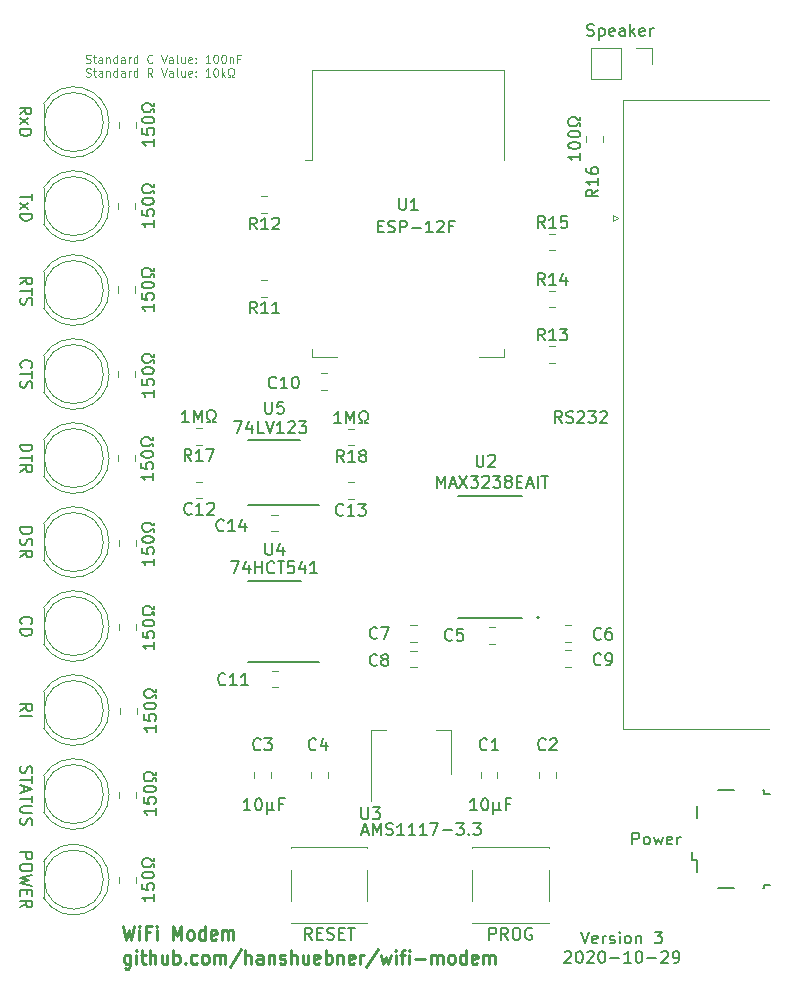
<source format=gbr>
G04 #@! TF.GenerationSoftware,KiCad,Pcbnew,(5.1.5-0)*
G04 #@! TF.CreationDate,2020-10-30T11:29:39+01:00*
G04 #@! TF.ProjectId,wifi-modem,77696669-2d6d-46f6-9465-6d2e6b696361,rev?*
G04 #@! TF.SameCoordinates,Original*
G04 #@! TF.FileFunction,Legend,Top*
G04 #@! TF.FilePolarity,Positive*
%FSLAX46Y46*%
G04 Gerber Fmt 4.6, Leading zero omitted, Abs format (unit mm)*
G04 Created by KiCad (PCBNEW (5.1.5-0)) date 2020-10-30 11:29:39*
%MOMM*%
%LPD*%
G04 APERTURE LIST*
%ADD10C,0.100000*%
%ADD11C,0.150000*%
%ADD12C,0.250000*%
%ADD13C,0.120000*%
%ADD14C,0.127000*%
%ADD15C,0.200000*%
G04 APERTURE END LIST*
D10*
X121292833Y-63411533D02*
X121392833Y-63444866D01*
X121559500Y-63444866D01*
X121626166Y-63411533D01*
X121659500Y-63378200D01*
X121692833Y-63311533D01*
X121692833Y-63244866D01*
X121659500Y-63178200D01*
X121626166Y-63144866D01*
X121559500Y-63111533D01*
X121426166Y-63078200D01*
X121359500Y-63044866D01*
X121326166Y-63011533D01*
X121292833Y-62944866D01*
X121292833Y-62878200D01*
X121326166Y-62811533D01*
X121359500Y-62778200D01*
X121426166Y-62744866D01*
X121592833Y-62744866D01*
X121692833Y-62778200D01*
X121892833Y-62978200D02*
X122159500Y-62978200D01*
X121992833Y-62744866D02*
X121992833Y-63344866D01*
X122026166Y-63411533D01*
X122092833Y-63444866D01*
X122159500Y-63444866D01*
X122692833Y-63444866D02*
X122692833Y-63078200D01*
X122659500Y-63011533D01*
X122592833Y-62978200D01*
X122459500Y-62978200D01*
X122392833Y-63011533D01*
X122692833Y-63411533D02*
X122626166Y-63444866D01*
X122459500Y-63444866D01*
X122392833Y-63411533D01*
X122359500Y-63344866D01*
X122359500Y-63278200D01*
X122392833Y-63211533D01*
X122459500Y-63178200D01*
X122626166Y-63178200D01*
X122692833Y-63144866D01*
X123026166Y-62978200D02*
X123026166Y-63444866D01*
X123026166Y-63044866D02*
X123059500Y-63011533D01*
X123126166Y-62978200D01*
X123226166Y-62978200D01*
X123292833Y-63011533D01*
X123326166Y-63078200D01*
X123326166Y-63444866D01*
X123959500Y-63444866D02*
X123959500Y-62744866D01*
X123959500Y-63411533D02*
X123892833Y-63444866D01*
X123759500Y-63444866D01*
X123692833Y-63411533D01*
X123659500Y-63378200D01*
X123626166Y-63311533D01*
X123626166Y-63111533D01*
X123659500Y-63044866D01*
X123692833Y-63011533D01*
X123759500Y-62978200D01*
X123892833Y-62978200D01*
X123959500Y-63011533D01*
X124592833Y-63444866D02*
X124592833Y-63078200D01*
X124559500Y-63011533D01*
X124492833Y-62978200D01*
X124359500Y-62978200D01*
X124292833Y-63011533D01*
X124592833Y-63411533D02*
X124526166Y-63444866D01*
X124359500Y-63444866D01*
X124292833Y-63411533D01*
X124259500Y-63344866D01*
X124259500Y-63278200D01*
X124292833Y-63211533D01*
X124359500Y-63178200D01*
X124526166Y-63178200D01*
X124592833Y-63144866D01*
X124926166Y-63444866D02*
X124926166Y-62978200D01*
X124926166Y-63111533D02*
X124959500Y-63044866D01*
X124992833Y-63011533D01*
X125059500Y-62978200D01*
X125126166Y-62978200D01*
X125659500Y-63444866D02*
X125659500Y-62744866D01*
X125659500Y-63411533D02*
X125592833Y-63444866D01*
X125459500Y-63444866D01*
X125392833Y-63411533D01*
X125359500Y-63378200D01*
X125326166Y-63311533D01*
X125326166Y-63111533D01*
X125359500Y-63044866D01*
X125392833Y-63011533D01*
X125459500Y-62978200D01*
X125592833Y-62978200D01*
X125659500Y-63011533D01*
X126926166Y-63378200D02*
X126892833Y-63411533D01*
X126792833Y-63444866D01*
X126726166Y-63444866D01*
X126626166Y-63411533D01*
X126559500Y-63344866D01*
X126526166Y-63278200D01*
X126492833Y-63144866D01*
X126492833Y-63044866D01*
X126526166Y-62911533D01*
X126559500Y-62844866D01*
X126626166Y-62778200D01*
X126726166Y-62744866D01*
X126792833Y-62744866D01*
X126892833Y-62778200D01*
X126926166Y-62811533D01*
X127659500Y-62744866D02*
X127892833Y-63444866D01*
X128126166Y-62744866D01*
X128659500Y-63444866D02*
X128659500Y-63078200D01*
X128626166Y-63011533D01*
X128559500Y-62978200D01*
X128426166Y-62978200D01*
X128359500Y-63011533D01*
X128659500Y-63411533D02*
X128592833Y-63444866D01*
X128426166Y-63444866D01*
X128359500Y-63411533D01*
X128326166Y-63344866D01*
X128326166Y-63278200D01*
X128359500Y-63211533D01*
X128426166Y-63178200D01*
X128592833Y-63178200D01*
X128659500Y-63144866D01*
X129092833Y-63444866D02*
X129026166Y-63411533D01*
X128992833Y-63344866D01*
X128992833Y-62744866D01*
X129659500Y-62978200D02*
X129659500Y-63444866D01*
X129359500Y-62978200D02*
X129359500Y-63344866D01*
X129392833Y-63411533D01*
X129459500Y-63444866D01*
X129559500Y-63444866D01*
X129626166Y-63411533D01*
X129659500Y-63378200D01*
X130259500Y-63411533D02*
X130192833Y-63444866D01*
X130059500Y-63444866D01*
X129992833Y-63411533D01*
X129959500Y-63344866D01*
X129959500Y-63078200D01*
X129992833Y-63011533D01*
X130059500Y-62978200D01*
X130192833Y-62978200D01*
X130259500Y-63011533D01*
X130292833Y-63078200D01*
X130292833Y-63144866D01*
X129959500Y-63211533D01*
X130592833Y-63378200D02*
X130626166Y-63411533D01*
X130592833Y-63444866D01*
X130559500Y-63411533D01*
X130592833Y-63378200D01*
X130592833Y-63444866D01*
X130592833Y-63011533D02*
X130626166Y-63044866D01*
X130592833Y-63078200D01*
X130559500Y-63044866D01*
X130592833Y-63011533D01*
X130592833Y-63078200D01*
X131826166Y-63444866D02*
X131426166Y-63444866D01*
X131626166Y-63444866D02*
X131626166Y-62744866D01*
X131559500Y-62844866D01*
X131492833Y-62911533D01*
X131426166Y-62944866D01*
X132259500Y-62744866D02*
X132326166Y-62744866D01*
X132392833Y-62778200D01*
X132426166Y-62811533D01*
X132459500Y-62878200D01*
X132492833Y-63011533D01*
X132492833Y-63178200D01*
X132459500Y-63311533D01*
X132426166Y-63378200D01*
X132392833Y-63411533D01*
X132326166Y-63444866D01*
X132259500Y-63444866D01*
X132192833Y-63411533D01*
X132159500Y-63378200D01*
X132126166Y-63311533D01*
X132092833Y-63178200D01*
X132092833Y-63011533D01*
X132126166Y-62878200D01*
X132159500Y-62811533D01*
X132192833Y-62778200D01*
X132259500Y-62744866D01*
X132926166Y-62744866D02*
X132992833Y-62744866D01*
X133059500Y-62778200D01*
X133092833Y-62811533D01*
X133126166Y-62878200D01*
X133159500Y-63011533D01*
X133159500Y-63178200D01*
X133126166Y-63311533D01*
X133092833Y-63378200D01*
X133059500Y-63411533D01*
X132992833Y-63444866D01*
X132926166Y-63444866D01*
X132859500Y-63411533D01*
X132826166Y-63378200D01*
X132792833Y-63311533D01*
X132759500Y-63178200D01*
X132759500Y-63011533D01*
X132792833Y-62878200D01*
X132826166Y-62811533D01*
X132859500Y-62778200D01*
X132926166Y-62744866D01*
X133459500Y-62978200D02*
X133459500Y-63444866D01*
X133459500Y-63044866D02*
X133492833Y-63011533D01*
X133559500Y-62978200D01*
X133659500Y-62978200D01*
X133726166Y-63011533D01*
X133759500Y-63078200D01*
X133759500Y-63444866D01*
X134326166Y-63078200D02*
X134092833Y-63078200D01*
X134092833Y-63444866D02*
X134092833Y-62744866D01*
X134426166Y-62744866D01*
X121292833Y-64561533D02*
X121392833Y-64594866D01*
X121559500Y-64594866D01*
X121626166Y-64561533D01*
X121659500Y-64528200D01*
X121692833Y-64461533D01*
X121692833Y-64394866D01*
X121659500Y-64328200D01*
X121626166Y-64294866D01*
X121559500Y-64261533D01*
X121426166Y-64228200D01*
X121359500Y-64194866D01*
X121326166Y-64161533D01*
X121292833Y-64094866D01*
X121292833Y-64028200D01*
X121326166Y-63961533D01*
X121359500Y-63928200D01*
X121426166Y-63894866D01*
X121592833Y-63894866D01*
X121692833Y-63928200D01*
X121892833Y-64128200D02*
X122159500Y-64128200D01*
X121992833Y-63894866D02*
X121992833Y-64494866D01*
X122026166Y-64561533D01*
X122092833Y-64594866D01*
X122159500Y-64594866D01*
X122692833Y-64594866D02*
X122692833Y-64228200D01*
X122659500Y-64161533D01*
X122592833Y-64128200D01*
X122459500Y-64128200D01*
X122392833Y-64161533D01*
X122692833Y-64561533D02*
X122626166Y-64594866D01*
X122459500Y-64594866D01*
X122392833Y-64561533D01*
X122359500Y-64494866D01*
X122359500Y-64428200D01*
X122392833Y-64361533D01*
X122459500Y-64328200D01*
X122626166Y-64328200D01*
X122692833Y-64294866D01*
X123026166Y-64128200D02*
X123026166Y-64594866D01*
X123026166Y-64194866D02*
X123059500Y-64161533D01*
X123126166Y-64128200D01*
X123226166Y-64128200D01*
X123292833Y-64161533D01*
X123326166Y-64228200D01*
X123326166Y-64594866D01*
X123959500Y-64594866D02*
X123959500Y-63894866D01*
X123959500Y-64561533D02*
X123892833Y-64594866D01*
X123759500Y-64594866D01*
X123692833Y-64561533D01*
X123659500Y-64528200D01*
X123626166Y-64461533D01*
X123626166Y-64261533D01*
X123659500Y-64194866D01*
X123692833Y-64161533D01*
X123759500Y-64128200D01*
X123892833Y-64128200D01*
X123959500Y-64161533D01*
X124592833Y-64594866D02*
X124592833Y-64228200D01*
X124559500Y-64161533D01*
X124492833Y-64128200D01*
X124359500Y-64128200D01*
X124292833Y-64161533D01*
X124592833Y-64561533D02*
X124526166Y-64594866D01*
X124359500Y-64594866D01*
X124292833Y-64561533D01*
X124259500Y-64494866D01*
X124259500Y-64428200D01*
X124292833Y-64361533D01*
X124359500Y-64328200D01*
X124526166Y-64328200D01*
X124592833Y-64294866D01*
X124926166Y-64594866D02*
X124926166Y-64128200D01*
X124926166Y-64261533D02*
X124959500Y-64194866D01*
X124992833Y-64161533D01*
X125059500Y-64128200D01*
X125126166Y-64128200D01*
X125659500Y-64594866D02*
X125659500Y-63894866D01*
X125659500Y-64561533D02*
X125592833Y-64594866D01*
X125459500Y-64594866D01*
X125392833Y-64561533D01*
X125359500Y-64528200D01*
X125326166Y-64461533D01*
X125326166Y-64261533D01*
X125359500Y-64194866D01*
X125392833Y-64161533D01*
X125459500Y-64128200D01*
X125592833Y-64128200D01*
X125659500Y-64161533D01*
X126926166Y-64594866D02*
X126692833Y-64261533D01*
X126526166Y-64594866D02*
X126526166Y-63894866D01*
X126792833Y-63894866D01*
X126859500Y-63928200D01*
X126892833Y-63961533D01*
X126926166Y-64028200D01*
X126926166Y-64128200D01*
X126892833Y-64194866D01*
X126859500Y-64228200D01*
X126792833Y-64261533D01*
X126526166Y-64261533D01*
X127659500Y-63894866D02*
X127892833Y-64594866D01*
X128126166Y-63894866D01*
X128659500Y-64594866D02*
X128659500Y-64228200D01*
X128626166Y-64161533D01*
X128559500Y-64128200D01*
X128426166Y-64128200D01*
X128359500Y-64161533D01*
X128659500Y-64561533D02*
X128592833Y-64594866D01*
X128426166Y-64594866D01*
X128359500Y-64561533D01*
X128326166Y-64494866D01*
X128326166Y-64428200D01*
X128359500Y-64361533D01*
X128426166Y-64328200D01*
X128592833Y-64328200D01*
X128659500Y-64294866D01*
X129092833Y-64594866D02*
X129026166Y-64561533D01*
X128992833Y-64494866D01*
X128992833Y-63894866D01*
X129659500Y-64128200D02*
X129659500Y-64594866D01*
X129359500Y-64128200D02*
X129359500Y-64494866D01*
X129392833Y-64561533D01*
X129459500Y-64594866D01*
X129559500Y-64594866D01*
X129626166Y-64561533D01*
X129659500Y-64528200D01*
X130259500Y-64561533D02*
X130192833Y-64594866D01*
X130059500Y-64594866D01*
X129992833Y-64561533D01*
X129959500Y-64494866D01*
X129959500Y-64228200D01*
X129992833Y-64161533D01*
X130059500Y-64128200D01*
X130192833Y-64128200D01*
X130259500Y-64161533D01*
X130292833Y-64228200D01*
X130292833Y-64294866D01*
X129959500Y-64361533D01*
X130592833Y-64528200D02*
X130626166Y-64561533D01*
X130592833Y-64594866D01*
X130559500Y-64561533D01*
X130592833Y-64528200D01*
X130592833Y-64594866D01*
X130592833Y-64161533D02*
X130626166Y-64194866D01*
X130592833Y-64228200D01*
X130559500Y-64194866D01*
X130592833Y-64161533D01*
X130592833Y-64228200D01*
X131826166Y-64594866D02*
X131426166Y-64594866D01*
X131626166Y-64594866D02*
X131626166Y-63894866D01*
X131559500Y-63994866D01*
X131492833Y-64061533D01*
X131426166Y-64094866D01*
X132259500Y-63894866D02*
X132326166Y-63894866D01*
X132392833Y-63928200D01*
X132426166Y-63961533D01*
X132459500Y-64028200D01*
X132492833Y-64161533D01*
X132492833Y-64328200D01*
X132459500Y-64461533D01*
X132426166Y-64528200D01*
X132392833Y-64561533D01*
X132326166Y-64594866D01*
X132259500Y-64594866D01*
X132192833Y-64561533D01*
X132159500Y-64528200D01*
X132126166Y-64461533D01*
X132092833Y-64328200D01*
X132092833Y-64161533D01*
X132126166Y-64028200D01*
X132159500Y-63961533D01*
X132192833Y-63928200D01*
X132259500Y-63894866D01*
X132792833Y-64594866D02*
X132792833Y-63894866D01*
X132859500Y-64328200D02*
X133059500Y-64594866D01*
X133059500Y-64128200D02*
X132792833Y-64394866D01*
X133326166Y-64594866D02*
X133492833Y-64594866D01*
X133492833Y-64461533D01*
X133426166Y-64428200D01*
X133359500Y-64361533D01*
X133326166Y-64261533D01*
X133326166Y-64094866D01*
X133359500Y-63994866D01*
X133426166Y-63928200D01*
X133526166Y-63894866D01*
X133659500Y-63894866D01*
X133759500Y-63928200D01*
X133826166Y-63994866D01*
X133859500Y-64094866D01*
X133859500Y-64261533D01*
X133826166Y-64361533D01*
X133759500Y-64428200D01*
X133692833Y-64461533D01*
X133692833Y-64594866D01*
X133859500Y-64594866D01*
D11*
X163211309Y-136993880D02*
X163544642Y-137993880D01*
X163877976Y-136993880D01*
X164592261Y-137946261D02*
X164497023Y-137993880D01*
X164306547Y-137993880D01*
X164211309Y-137946261D01*
X164163690Y-137851023D01*
X164163690Y-137470071D01*
X164211309Y-137374833D01*
X164306547Y-137327214D01*
X164497023Y-137327214D01*
X164592261Y-137374833D01*
X164639880Y-137470071D01*
X164639880Y-137565309D01*
X164163690Y-137660547D01*
X165068452Y-137993880D02*
X165068452Y-137327214D01*
X165068452Y-137517690D02*
X165116071Y-137422452D01*
X165163690Y-137374833D01*
X165258928Y-137327214D01*
X165354166Y-137327214D01*
X165639880Y-137946261D02*
X165735119Y-137993880D01*
X165925595Y-137993880D01*
X166020833Y-137946261D01*
X166068452Y-137851023D01*
X166068452Y-137803404D01*
X166020833Y-137708166D01*
X165925595Y-137660547D01*
X165782738Y-137660547D01*
X165687500Y-137612928D01*
X165639880Y-137517690D01*
X165639880Y-137470071D01*
X165687500Y-137374833D01*
X165782738Y-137327214D01*
X165925595Y-137327214D01*
X166020833Y-137374833D01*
X166497023Y-137993880D02*
X166497023Y-137327214D01*
X166497023Y-136993880D02*
X166449404Y-137041500D01*
X166497023Y-137089119D01*
X166544642Y-137041500D01*
X166497023Y-136993880D01*
X166497023Y-137089119D01*
X167116071Y-137993880D02*
X167020833Y-137946261D01*
X166973214Y-137898642D01*
X166925595Y-137803404D01*
X166925595Y-137517690D01*
X166973214Y-137422452D01*
X167020833Y-137374833D01*
X167116071Y-137327214D01*
X167258928Y-137327214D01*
X167354166Y-137374833D01*
X167401785Y-137422452D01*
X167449404Y-137517690D01*
X167449404Y-137803404D01*
X167401785Y-137898642D01*
X167354166Y-137946261D01*
X167258928Y-137993880D01*
X167116071Y-137993880D01*
X167877976Y-137327214D02*
X167877976Y-137993880D01*
X167877976Y-137422452D02*
X167925595Y-137374833D01*
X168020833Y-137327214D01*
X168163690Y-137327214D01*
X168258928Y-137374833D01*
X168306547Y-137470071D01*
X168306547Y-137993880D01*
X169449404Y-136993880D02*
X170068452Y-136993880D01*
X169735119Y-137374833D01*
X169877976Y-137374833D01*
X169973214Y-137422452D01*
X170020833Y-137470071D01*
X170068452Y-137565309D01*
X170068452Y-137803404D01*
X170020833Y-137898642D01*
X169973214Y-137946261D01*
X169877976Y-137993880D01*
X169592261Y-137993880D01*
X169497023Y-137946261D01*
X169449404Y-137898642D01*
X161830357Y-138739119D02*
X161877976Y-138691500D01*
X161973214Y-138643880D01*
X162211309Y-138643880D01*
X162306547Y-138691500D01*
X162354166Y-138739119D01*
X162401785Y-138834357D01*
X162401785Y-138929595D01*
X162354166Y-139072452D01*
X161782738Y-139643880D01*
X162401785Y-139643880D01*
X163020833Y-138643880D02*
X163116071Y-138643880D01*
X163211309Y-138691500D01*
X163258928Y-138739119D01*
X163306547Y-138834357D01*
X163354166Y-139024833D01*
X163354166Y-139262928D01*
X163306547Y-139453404D01*
X163258928Y-139548642D01*
X163211309Y-139596261D01*
X163116071Y-139643880D01*
X163020833Y-139643880D01*
X162925595Y-139596261D01*
X162877976Y-139548642D01*
X162830357Y-139453404D01*
X162782738Y-139262928D01*
X162782738Y-139024833D01*
X162830357Y-138834357D01*
X162877976Y-138739119D01*
X162925595Y-138691500D01*
X163020833Y-138643880D01*
X163735119Y-138739119D02*
X163782738Y-138691500D01*
X163877976Y-138643880D01*
X164116071Y-138643880D01*
X164211309Y-138691500D01*
X164258928Y-138739119D01*
X164306547Y-138834357D01*
X164306547Y-138929595D01*
X164258928Y-139072452D01*
X163687500Y-139643880D01*
X164306547Y-139643880D01*
X164925595Y-138643880D02*
X165020833Y-138643880D01*
X165116071Y-138691500D01*
X165163690Y-138739119D01*
X165211309Y-138834357D01*
X165258928Y-139024833D01*
X165258928Y-139262928D01*
X165211309Y-139453404D01*
X165163690Y-139548642D01*
X165116071Y-139596261D01*
X165020833Y-139643880D01*
X164925595Y-139643880D01*
X164830357Y-139596261D01*
X164782738Y-139548642D01*
X164735119Y-139453404D01*
X164687500Y-139262928D01*
X164687500Y-139024833D01*
X164735119Y-138834357D01*
X164782738Y-138739119D01*
X164830357Y-138691500D01*
X164925595Y-138643880D01*
X165687500Y-139262928D02*
X166449404Y-139262928D01*
X167449404Y-139643880D02*
X166877976Y-139643880D01*
X167163690Y-139643880D02*
X167163690Y-138643880D01*
X167068452Y-138786738D01*
X166973214Y-138881976D01*
X166877976Y-138929595D01*
X168068452Y-138643880D02*
X168163690Y-138643880D01*
X168258928Y-138691500D01*
X168306547Y-138739119D01*
X168354166Y-138834357D01*
X168401785Y-139024833D01*
X168401785Y-139262928D01*
X168354166Y-139453404D01*
X168306547Y-139548642D01*
X168258928Y-139596261D01*
X168163690Y-139643880D01*
X168068452Y-139643880D01*
X167973214Y-139596261D01*
X167925595Y-139548642D01*
X167877976Y-139453404D01*
X167830357Y-139262928D01*
X167830357Y-139024833D01*
X167877976Y-138834357D01*
X167925595Y-138739119D01*
X167973214Y-138691500D01*
X168068452Y-138643880D01*
X168830357Y-139262928D02*
X169592261Y-139262928D01*
X170020833Y-138739119D02*
X170068452Y-138691500D01*
X170163690Y-138643880D01*
X170401785Y-138643880D01*
X170497023Y-138691500D01*
X170544642Y-138739119D01*
X170592261Y-138834357D01*
X170592261Y-138929595D01*
X170544642Y-139072452D01*
X169973214Y-139643880D01*
X170592261Y-139643880D01*
X171068452Y-139643880D02*
X171258928Y-139643880D01*
X171354166Y-139596261D01*
X171401785Y-139548642D01*
X171497023Y-139405785D01*
X171544642Y-139215309D01*
X171544642Y-138834357D01*
X171497023Y-138739119D01*
X171449404Y-138691500D01*
X171354166Y-138643880D01*
X171163690Y-138643880D01*
X171068452Y-138691500D01*
X171020833Y-138739119D01*
X170973214Y-138834357D01*
X170973214Y-139072452D01*
X171020833Y-139167690D01*
X171068452Y-139215309D01*
X171163690Y-139262928D01*
X171354166Y-139262928D01*
X171449404Y-139215309D01*
X171497023Y-139167690D01*
X171544642Y-139072452D01*
D12*
X124462142Y-136493857D02*
X124724047Y-137693857D01*
X124933571Y-136836714D01*
X125143095Y-137693857D01*
X125405000Y-136493857D01*
X125824047Y-137693857D02*
X125824047Y-136893857D01*
X125824047Y-136493857D02*
X125771666Y-136551000D01*
X125824047Y-136608142D01*
X125876428Y-136551000D01*
X125824047Y-136493857D01*
X125824047Y-136608142D01*
X126714523Y-137065285D02*
X126347857Y-137065285D01*
X126347857Y-137693857D02*
X126347857Y-136493857D01*
X126871666Y-136493857D01*
X127290714Y-137693857D02*
X127290714Y-136893857D01*
X127290714Y-136493857D02*
X127238333Y-136551000D01*
X127290714Y-136608142D01*
X127343095Y-136551000D01*
X127290714Y-136493857D01*
X127290714Y-136608142D01*
X128652619Y-137693857D02*
X128652619Y-136493857D01*
X129019285Y-137351000D01*
X129385952Y-136493857D01*
X129385952Y-137693857D01*
X130066904Y-137693857D02*
X129962142Y-137636714D01*
X129909761Y-137579571D01*
X129857380Y-137465285D01*
X129857380Y-137122428D01*
X129909761Y-137008142D01*
X129962142Y-136951000D01*
X130066904Y-136893857D01*
X130224047Y-136893857D01*
X130328809Y-136951000D01*
X130381190Y-137008142D01*
X130433571Y-137122428D01*
X130433571Y-137465285D01*
X130381190Y-137579571D01*
X130328809Y-137636714D01*
X130224047Y-137693857D01*
X130066904Y-137693857D01*
X131376428Y-137693857D02*
X131376428Y-136493857D01*
X131376428Y-137636714D02*
X131271666Y-137693857D01*
X131062142Y-137693857D01*
X130957380Y-137636714D01*
X130905000Y-137579571D01*
X130852619Y-137465285D01*
X130852619Y-137122428D01*
X130905000Y-137008142D01*
X130957380Y-136951000D01*
X131062142Y-136893857D01*
X131271666Y-136893857D01*
X131376428Y-136951000D01*
X132319285Y-137636714D02*
X132214523Y-137693857D01*
X132005000Y-137693857D01*
X131900238Y-137636714D01*
X131847857Y-137522428D01*
X131847857Y-137065285D01*
X131900238Y-136951000D01*
X132005000Y-136893857D01*
X132214523Y-136893857D01*
X132319285Y-136951000D01*
X132371666Y-137065285D01*
X132371666Y-137179571D01*
X131847857Y-137293857D01*
X132843095Y-137693857D02*
X132843095Y-136893857D01*
X132843095Y-137008142D02*
X132895476Y-136951000D01*
X133000238Y-136893857D01*
X133157380Y-136893857D01*
X133262142Y-136951000D01*
X133314523Y-137065285D01*
X133314523Y-137693857D01*
X133314523Y-137065285D02*
X133366904Y-136951000D01*
X133471666Y-136893857D01*
X133628809Y-136893857D01*
X133733571Y-136951000D01*
X133785952Y-137065285D01*
X133785952Y-137693857D01*
X125038333Y-138943857D02*
X125038333Y-139915285D01*
X124985952Y-140029571D01*
X124933571Y-140086714D01*
X124828809Y-140143857D01*
X124671666Y-140143857D01*
X124566904Y-140086714D01*
X125038333Y-139686714D02*
X124933571Y-139743857D01*
X124724047Y-139743857D01*
X124619285Y-139686714D01*
X124566904Y-139629571D01*
X124514523Y-139515285D01*
X124514523Y-139172428D01*
X124566904Y-139058142D01*
X124619285Y-139001000D01*
X124724047Y-138943857D01*
X124933571Y-138943857D01*
X125038333Y-139001000D01*
X125562142Y-139743857D02*
X125562142Y-138943857D01*
X125562142Y-138543857D02*
X125509761Y-138601000D01*
X125562142Y-138658142D01*
X125614523Y-138601000D01*
X125562142Y-138543857D01*
X125562142Y-138658142D01*
X125928809Y-138943857D02*
X126347857Y-138943857D01*
X126085952Y-138543857D02*
X126085952Y-139572428D01*
X126138333Y-139686714D01*
X126243095Y-139743857D01*
X126347857Y-139743857D01*
X126714523Y-139743857D02*
X126714523Y-138543857D01*
X127185952Y-139743857D02*
X127185952Y-139115285D01*
X127133571Y-139001000D01*
X127028809Y-138943857D01*
X126871666Y-138943857D01*
X126766904Y-139001000D01*
X126714523Y-139058142D01*
X128181190Y-138943857D02*
X128181190Y-139743857D01*
X127709761Y-138943857D02*
X127709761Y-139572428D01*
X127762142Y-139686714D01*
X127866904Y-139743857D01*
X128024047Y-139743857D01*
X128128809Y-139686714D01*
X128181190Y-139629571D01*
X128705000Y-139743857D02*
X128705000Y-138543857D01*
X128705000Y-139001000D02*
X128809761Y-138943857D01*
X129019285Y-138943857D01*
X129124047Y-139001000D01*
X129176428Y-139058142D01*
X129228809Y-139172428D01*
X129228809Y-139515285D01*
X129176428Y-139629571D01*
X129124047Y-139686714D01*
X129019285Y-139743857D01*
X128809761Y-139743857D01*
X128705000Y-139686714D01*
X129700238Y-139629571D02*
X129752619Y-139686714D01*
X129700238Y-139743857D01*
X129647857Y-139686714D01*
X129700238Y-139629571D01*
X129700238Y-139743857D01*
X130695476Y-139686714D02*
X130590714Y-139743857D01*
X130381190Y-139743857D01*
X130276428Y-139686714D01*
X130224047Y-139629571D01*
X130171666Y-139515285D01*
X130171666Y-139172428D01*
X130224047Y-139058142D01*
X130276428Y-139001000D01*
X130381190Y-138943857D01*
X130590714Y-138943857D01*
X130695476Y-139001000D01*
X131324047Y-139743857D02*
X131219285Y-139686714D01*
X131166904Y-139629571D01*
X131114523Y-139515285D01*
X131114523Y-139172428D01*
X131166904Y-139058142D01*
X131219285Y-139001000D01*
X131324047Y-138943857D01*
X131481190Y-138943857D01*
X131585952Y-139001000D01*
X131638333Y-139058142D01*
X131690714Y-139172428D01*
X131690714Y-139515285D01*
X131638333Y-139629571D01*
X131585952Y-139686714D01*
X131481190Y-139743857D01*
X131324047Y-139743857D01*
X132162142Y-139743857D02*
X132162142Y-138943857D01*
X132162142Y-139058142D02*
X132214523Y-139001000D01*
X132319285Y-138943857D01*
X132476428Y-138943857D01*
X132581190Y-139001000D01*
X132633571Y-139115285D01*
X132633571Y-139743857D01*
X132633571Y-139115285D02*
X132685952Y-139001000D01*
X132790714Y-138943857D01*
X132947857Y-138943857D01*
X133052619Y-139001000D01*
X133105000Y-139115285D01*
X133105000Y-139743857D01*
X134414523Y-138486714D02*
X133471666Y-140029571D01*
X134781190Y-139743857D02*
X134781190Y-138543857D01*
X135252619Y-139743857D02*
X135252619Y-139115285D01*
X135200238Y-139001000D01*
X135095476Y-138943857D01*
X134938333Y-138943857D01*
X134833571Y-139001000D01*
X134781190Y-139058142D01*
X136247857Y-139743857D02*
X136247857Y-139115285D01*
X136195476Y-139001000D01*
X136090714Y-138943857D01*
X135881190Y-138943857D01*
X135776428Y-139001000D01*
X136247857Y-139686714D02*
X136143095Y-139743857D01*
X135881190Y-139743857D01*
X135776428Y-139686714D01*
X135724047Y-139572428D01*
X135724047Y-139458142D01*
X135776428Y-139343857D01*
X135881190Y-139286714D01*
X136143095Y-139286714D01*
X136247857Y-139229571D01*
X136771666Y-138943857D02*
X136771666Y-139743857D01*
X136771666Y-139058142D02*
X136824047Y-139001000D01*
X136928809Y-138943857D01*
X137085952Y-138943857D01*
X137190714Y-139001000D01*
X137243095Y-139115285D01*
X137243095Y-139743857D01*
X137714523Y-139686714D02*
X137819285Y-139743857D01*
X138028809Y-139743857D01*
X138133571Y-139686714D01*
X138185952Y-139572428D01*
X138185952Y-139515285D01*
X138133571Y-139401000D01*
X138028809Y-139343857D01*
X137871666Y-139343857D01*
X137766904Y-139286714D01*
X137714523Y-139172428D01*
X137714523Y-139115285D01*
X137766904Y-139001000D01*
X137871666Y-138943857D01*
X138028809Y-138943857D01*
X138133571Y-139001000D01*
X138657380Y-139743857D02*
X138657380Y-138543857D01*
X139128809Y-139743857D02*
X139128809Y-139115285D01*
X139076428Y-139001000D01*
X138971666Y-138943857D01*
X138814523Y-138943857D01*
X138709761Y-139001000D01*
X138657380Y-139058142D01*
X140124047Y-138943857D02*
X140124047Y-139743857D01*
X139652619Y-138943857D02*
X139652619Y-139572428D01*
X139705000Y-139686714D01*
X139809761Y-139743857D01*
X139966904Y-139743857D01*
X140071666Y-139686714D01*
X140124047Y-139629571D01*
X141066904Y-139686714D02*
X140962142Y-139743857D01*
X140752619Y-139743857D01*
X140647857Y-139686714D01*
X140595476Y-139572428D01*
X140595476Y-139115285D01*
X140647857Y-139001000D01*
X140752619Y-138943857D01*
X140962142Y-138943857D01*
X141066904Y-139001000D01*
X141119285Y-139115285D01*
X141119285Y-139229571D01*
X140595476Y-139343857D01*
X141590714Y-139743857D02*
X141590714Y-138543857D01*
X141590714Y-139001000D02*
X141695476Y-138943857D01*
X141905000Y-138943857D01*
X142009761Y-139001000D01*
X142062142Y-139058142D01*
X142114523Y-139172428D01*
X142114523Y-139515285D01*
X142062142Y-139629571D01*
X142009761Y-139686714D01*
X141905000Y-139743857D01*
X141695476Y-139743857D01*
X141590714Y-139686714D01*
X142585952Y-138943857D02*
X142585952Y-139743857D01*
X142585952Y-139058142D02*
X142638333Y-139001000D01*
X142743095Y-138943857D01*
X142900238Y-138943857D01*
X143005000Y-139001000D01*
X143057380Y-139115285D01*
X143057380Y-139743857D01*
X144000238Y-139686714D02*
X143895476Y-139743857D01*
X143685952Y-139743857D01*
X143581190Y-139686714D01*
X143528809Y-139572428D01*
X143528809Y-139115285D01*
X143581190Y-139001000D01*
X143685952Y-138943857D01*
X143895476Y-138943857D01*
X144000238Y-139001000D01*
X144052619Y-139115285D01*
X144052619Y-139229571D01*
X143528809Y-139343857D01*
X144524047Y-139743857D02*
X144524047Y-138943857D01*
X144524047Y-139172428D02*
X144576428Y-139058142D01*
X144628809Y-139001000D01*
X144733571Y-138943857D01*
X144838333Y-138943857D01*
X145990714Y-138486714D02*
X145047857Y-140029571D01*
X146252619Y-138943857D02*
X146462142Y-139743857D01*
X146671666Y-139172428D01*
X146881190Y-139743857D01*
X147090714Y-138943857D01*
X147509761Y-139743857D02*
X147509761Y-138943857D01*
X147509761Y-138543857D02*
X147457380Y-138601000D01*
X147509761Y-138658142D01*
X147562142Y-138601000D01*
X147509761Y-138543857D01*
X147509761Y-138658142D01*
X147876428Y-138943857D02*
X148295476Y-138943857D01*
X148033571Y-139743857D02*
X148033571Y-138715285D01*
X148085952Y-138601000D01*
X148190714Y-138543857D01*
X148295476Y-138543857D01*
X148662142Y-139743857D02*
X148662142Y-138943857D01*
X148662142Y-138543857D02*
X148609761Y-138601000D01*
X148662142Y-138658142D01*
X148714523Y-138601000D01*
X148662142Y-138543857D01*
X148662142Y-138658142D01*
X149185952Y-139286714D02*
X150024047Y-139286714D01*
X150547857Y-139743857D02*
X150547857Y-138943857D01*
X150547857Y-139058142D02*
X150600238Y-139001000D01*
X150705000Y-138943857D01*
X150862142Y-138943857D01*
X150966904Y-139001000D01*
X151019285Y-139115285D01*
X151019285Y-139743857D01*
X151019285Y-139115285D02*
X151071666Y-139001000D01*
X151176428Y-138943857D01*
X151333571Y-138943857D01*
X151438333Y-139001000D01*
X151490714Y-139115285D01*
X151490714Y-139743857D01*
X152171666Y-139743857D02*
X152066904Y-139686714D01*
X152014523Y-139629571D01*
X151962142Y-139515285D01*
X151962142Y-139172428D01*
X152014523Y-139058142D01*
X152066904Y-139001000D01*
X152171666Y-138943857D01*
X152328809Y-138943857D01*
X152433571Y-139001000D01*
X152485952Y-139058142D01*
X152538333Y-139172428D01*
X152538333Y-139515285D01*
X152485952Y-139629571D01*
X152433571Y-139686714D01*
X152328809Y-139743857D01*
X152171666Y-139743857D01*
X153481190Y-139743857D02*
X153481190Y-138543857D01*
X153481190Y-139686714D02*
X153376428Y-139743857D01*
X153166904Y-139743857D01*
X153062142Y-139686714D01*
X153009761Y-139629571D01*
X152957380Y-139515285D01*
X152957380Y-139172428D01*
X153009761Y-139058142D01*
X153062142Y-139001000D01*
X153166904Y-138943857D01*
X153376428Y-138943857D01*
X153481190Y-139001000D01*
X154424047Y-139686714D02*
X154319285Y-139743857D01*
X154109761Y-139743857D01*
X154005000Y-139686714D01*
X153952619Y-139572428D01*
X153952619Y-139115285D01*
X154005000Y-139001000D01*
X154109761Y-138943857D01*
X154319285Y-138943857D01*
X154424047Y-139001000D01*
X154476428Y-139115285D01*
X154476428Y-139229571D01*
X153952619Y-139343857D01*
X154947857Y-139743857D02*
X154947857Y-138943857D01*
X154947857Y-139058142D02*
X155000238Y-139001000D01*
X155105000Y-138943857D01*
X155262142Y-138943857D01*
X155366904Y-139001000D01*
X155419285Y-139115285D01*
X155419285Y-139743857D01*
X155419285Y-139115285D02*
X155471666Y-139001000D01*
X155576428Y-138943857D01*
X155733571Y-138943857D01*
X155838333Y-139001000D01*
X155890714Y-139115285D01*
X155890714Y-139743857D01*
D13*
X148764248Y-114629000D02*
X149286752Y-114629000D01*
X148764248Y-113209000D02*
X149286752Y-113209000D01*
X148773248Y-112470000D02*
X149295752Y-112470000D01*
X148773248Y-111050000D02*
X149295752Y-111050000D01*
D11*
X141011600Y-114194000D02*
X135036600Y-114194000D01*
X139486600Y-107294000D02*
X135036600Y-107294000D01*
D13*
X137522852Y-101677400D02*
X137000348Y-101677400D01*
X137522852Y-103097400D02*
X137000348Y-103097400D01*
D11*
X141036600Y-100894800D02*
X135061600Y-100894800D01*
X139461600Y-95369800D02*
X135061600Y-95369800D01*
D13*
X144025252Y-94413000D02*
X143502748Y-94413000D01*
X144025252Y-95833000D02*
X143502748Y-95833000D01*
X131122052Y-94336800D02*
X130599548Y-94336800D01*
X131122052Y-95756800D02*
X130599548Y-95756800D01*
X143974452Y-98959600D02*
X143451948Y-98959600D01*
X143974452Y-100379600D02*
X143451948Y-100379600D01*
X131147452Y-98883400D02*
X130624948Y-98883400D01*
X131147452Y-100303400D02*
X130624948Y-100303400D01*
D14*
X158214200Y-100143400D02*
X152834200Y-100143400D01*
X158214200Y-110473400D02*
X152834200Y-110473400D01*
D15*
X159688200Y-110388400D02*
G75*
G03X159688200Y-110388400I-100000J0D01*
G01*
D13*
X161841548Y-112482700D02*
X162364052Y-112482700D01*
X161841548Y-111062700D02*
X162364052Y-111062700D01*
X117709000Y-116692000D02*
X117709000Y-119782000D01*
X122769000Y-118237000D02*
G75*
G03X122769000Y-118237000I-2500000J0D01*
G01*
X123259000Y-118236538D02*
G75*
G02X117709000Y-119781830I-2990000J-462D01*
G01*
X123259000Y-118237462D02*
G75*
G03X117709000Y-116692170I-2990000J462D01*
G01*
X124181800Y-118077348D02*
X124181800Y-118599852D01*
X125601800Y-118077348D02*
X125601800Y-118599852D01*
X124131000Y-103853348D02*
X124131000Y-104375852D01*
X125551000Y-103853348D02*
X125551000Y-104375852D01*
X124105600Y-125163948D02*
X124105600Y-125686452D01*
X125525600Y-125163948D02*
X125525600Y-125686452D01*
X124105600Y-132377548D02*
X124105600Y-132900052D01*
X125525600Y-132377548D02*
X125525600Y-132900052D01*
X117709000Y-123804000D02*
X117709000Y-126894000D01*
X122769000Y-125349000D02*
G75*
G03X122769000Y-125349000I-2500000J0D01*
G01*
X123259000Y-125348538D02*
G75*
G02X117709000Y-126893830I-2990000J-462D01*
G01*
X123259000Y-125349462D02*
G75*
G03X117709000Y-123804170I-2990000J462D01*
G01*
X117709000Y-131043000D02*
X117709000Y-134133000D01*
X122769000Y-132588000D02*
G75*
G03X122769000Y-132588000I-2500000J0D01*
G01*
X123259000Y-132587538D02*
G75*
G02X117709000Y-134132830I-2990000J-462D01*
G01*
X123259000Y-132588462D02*
G75*
G03X117709000Y-131043170I-2990000J462D01*
G01*
X124080200Y-110965348D02*
X124080200Y-111487852D01*
X125500200Y-110965348D02*
X125500200Y-111487852D01*
X124054800Y-96639748D02*
X124054800Y-97162252D01*
X125474800Y-96639748D02*
X125474800Y-97162252D01*
X124054800Y-89527748D02*
X124054800Y-90050252D01*
X125474800Y-89527748D02*
X125474800Y-90050252D01*
X124004000Y-82364948D02*
X124004000Y-82887452D01*
X125424000Y-82364948D02*
X125424000Y-82887452D01*
X124029400Y-75278348D02*
X124029400Y-75800852D01*
X125449400Y-75278348D02*
X125449400Y-75800852D01*
X124080200Y-68411348D02*
X124080200Y-68933852D01*
X125500200Y-68411348D02*
X125500200Y-68933852D01*
X117709000Y-109580000D02*
X117709000Y-112670000D01*
X122769000Y-111125000D02*
G75*
G03X122769000Y-111125000I-2500000J0D01*
G01*
X123259000Y-111124538D02*
G75*
G02X117709000Y-112669830I-2990000J-462D01*
G01*
X123259000Y-111125462D02*
G75*
G03X117709000Y-109580170I-2990000J462D01*
G01*
X117709000Y-102468000D02*
X117709000Y-105558000D01*
X122769000Y-104013000D02*
G75*
G03X122769000Y-104013000I-2500000J0D01*
G01*
X123259000Y-104012538D02*
G75*
G02X117709000Y-105557830I-2990000J-462D01*
G01*
X123259000Y-104013462D02*
G75*
G03X117709000Y-102468170I-2990000J462D01*
G01*
X117709000Y-95356000D02*
X117709000Y-98446000D01*
X122769000Y-96901000D02*
G75*
G03X122769000Y-96901000I-2500000J0D01*
G01*
X123259000Y-96900538D02*
G75*
G02X117709000Y-98445830I-2990000J-462D01*
G01*
X123259000Y-96901462D02*
G75*
G03X117709000Y-95356170I-2990000J462D01*
G01*
X117709000Y-88244000D02*
X117709000Y-91334000D01*
X122769000Y-89789000D02*
G75*
G03X122769000Y-89789000I-2500000J0D01*
G01*
X123259000Y-89788538D02*
G75*
G02X117709000Y-91333830I-2990000J-462D01*
G01*
X123259000Y-89789462D02*
G75*
G03X117709000Y-88244170I-2990000J462D01*
G01*
X117709000Y-81132000D02*
X117709000Y-84222000D01*
X122769000Y-82677000D02*
G75*
G03X122769000Y-82677000I-2500000J0D01*
G01*
X123259000Y-82676538D02*
G75*
G02X117709000Y-84221830I-2990000J-462D01*
G01*
X123259000Y-82677462D02*
G75*
G03X117709000Y-81132170I-2990000J462D01*
G01*
X117709000Y-74020000D02*
X117709000Y-77110000D01*
X122769000Y-75565000D02*
G75*
G03X122769000Y-75565000I-2500000J0D01*
G01*
X123259000Y-75564538D02*
G75*
G02X117709000Y-77109830I-2990000J-462D01*
G01*
X123259000Y-75565462D02*
G75*
G03X117709000Y-74020170I-2990000J462D01*
G01*
X117709000Y-66908000D02*
X117709000Y-69998000D01*
X122769000Y-68453000D02*
G75*
G03X122769000Y-68453000I-2500000J0D01*
G01*
X123259000Y-68452538D02*
G75*
G02X117709000Y-69997830I-2990000J-462D01*
G01*
X123259000Y-68453462D02*
G75*
G03X117709000Y-66908170I-2990000J462D01*
G01*
X137051148Y-116305400D02*
X137573652Y-116305400D01*
X137051148Y-114885400D02*
X137573652Y-114885400D01*
X140470000Y-71700000D02*
X139860000Y-71700000D01*
X140470000Y-71700000D02*
X140470000Y-64080000D01*
X140470000Y-88320000D02*
X140470000Y-87700000D01*
X142590000Y-88320000D02*
X140470000Y-88320000D01*
X156710000Y-88320000D02*
X154590000Y-88320000D01*
X156710000Y-87700000D02*
X156710000Y-88320000D01*
X156710000Y-64080000D02*
X156710000Y-71700000D01*
X140470000Y-64080000D02*
X156710000Y-64080000D01*
X169224000Y-62170000D02*
X169224000Y-63500000D01*
X167894000Y-62170000D02*
X169224000Y-62170000D01*
X166624000Y-62170000D02*
X166624000Y-64830000D01*
X166624000Y-64830000D02*
X164024000Y-64830000D01*
X166624000Y-62170000D02*
X164024000Y-62170000D01*
X164024000Y-62170000D02*
X164024000Y-64830000D01*
D11*
X173037800Y-127359000D02*
X173037800Y-126359000D01*
X173037800Y-130959000D02*
X173037800Y-131959000D01*
X172612800Y-130959000D02*
X173037800Y-130959000D01*
X172612800Y-130234000D02*
X172612800Y-130959000D01*
X176187800Y-125009000D02*
X174787800Y-125009000D01*
X178737800Y-125009000D02*
X178587800Y-125009000D01*
X178737800Y-125309000D02*
X178737800Y-125009000D01*
X179187800Y-125309000D02*
X178737800Y-125309000D01*
X178737800Y-133009000D02*
X179187800Y-133009000D01*
X178737800Y-133309000D02*
X178737800Y-133009000D01*
X178587800Y-133309000D02*
X178737800Y-133309000D01*
X174787800Y-133309000D02*
X176187800Y-133309000D01*
D13*
X166334675Y-76581000D02*
X165901662Y-76831000D01*
X165901662Y-76331000D02*
X166334675Y-76581000D01*
X165901662Y-76831000D02*
X165901662Y-76331000D01*
X166796000Y-66591000D02*
X179136000Y-66591000D01*
X166796000Y-119811000D02*
X166796000Y-66591000D01*
X179136000Y-119811000D02*
X166796000Y-119811000D01*
X163628000Y-69588748D02*
X163628000Y-70111252D01*
X165048000Y-69588748D02*
X165048000Y-70111252D01*
X154021400Y-136300600D02*
X160481400Y-136300600D01*
X154021400Y-131770600D02*
X154021400Y-134370600D01*
X154021400Y-129840600D02*
X160481400Y-129840600D01*
X160481400Y-131770600D02*
X160481400Y-134370600D01*
X154021400Y-129870600D02*
X154021400Y-129840600D01*
X154021400Y-136300600D02*
X154021400Y-136270600D01*
X160481400Y-136300600D02*
X160481400Y-136270600D01*
X160481400Y-129840600D02*
X160481400Y-129870600D01*
X138654400Y-136300600D02*
X145114400Y-136300600D01*
X138654400Y-131770600D02*
X138654400Y-134370600D01*
X138654400Y-129840600D02*
X145114400Y-129840600D01*
X145114400Y-131770600D02*
X145114400Y-134370600D01*
X138654400Y-129870600D02*
X138654400Y-129840600D01*
X138654400Y-136300600D02*
X138654400Y-136270600D01*
X145114400Y-136300600D02*
X145114400Y-136270600D01*
X145114400Y-129840600D02*
X145114400Y-129870600D01*
X160529748Y-79323000D02*
X161052252Y-79323000D01*
X160529748Y-77903000D02*
X161052252Y-77903000D01*
X160520748Y-84149000D02*
X161043252Y-84149000D01*
X160520748Y-82729000D02*
X161043252Y-82729000D01*
X160520748Y-88848000D02*
X161043252Y-88848000D01*
X160520748Y-87428000D02*
X161043252Y-87428000D01*
X136659252Y-74728000D02*
X136136748Y-74728000D01*
X136659252Y-76148000D02*
X136136748Y-76148000D01*
X136659252Y-81840000D02*
X136136748Y-81840000D01*
X136659252Y-83260000D02*
X136136748Y-83260000D01*
X141216748Y-91134000D02*
X141739252Y-91134000D01*
X141216748Y-89714000D02*
X141739252Y-89714000D01*
X145408600Y-125918400D02*
X145408600Y-119908400D01*
X152228600Y-123668400D02*
X152228600Y-119908400D01*
X145408600Y-119908400D02*
X146668600Y-119908400D01*
X152228600Y-119908400D02*
X150968600Y-119908400D01*
X161841548Y-114578200D02*
X162364052Y-114578200D01*
X161841548Y-113158200D02*
X162364052Y-113158200D01*
X155912452Y-111202400D02*
X155389948Y-111202400D01*
X155912452Y-112622400D02*
X155389948Y-112622400D01*
X140361600Y-123462148D02*
X140361600Y-123984652D01*
X141781600Y-123462148D02*
X141781600Y-123984652D01*
X135535600Y-123462148D02*
X135535600Y-123984652D01*
X136955600Y-123462148D02*
X136955600Y-123984652D01*
X159665600Y-123462148D02*
X159665600Y-123984652D01*
X161085600Y-123462148D02*
X161085600Y-123984652D01*
X154712600Y-123453148D02*
X154712600Y-123975652D01*
X156132600Y-123453148D02*
X156132600Y-123975652D01*
D11*
X145937833Y-114403142D02*
X145890214Y-114450761D01*
X145747357Y-114498380D01*
X145652119Y-114498380D01*
X145509261Y-114450761D01*
X145414023Y-114355523D01*
X145366404Y-114260285D01*
X145318785Y-114069809D01*
X145318785Y-113926952D01*
X145366404Y-113736476D01*
X145414023Y-113641238D01*
X145509261Y-113546000D01*
X145652119Y-113498380D01*
X145747357Y-113498380D01*
X145890214Y-113546000D01*
X145937833Y-113593619D01*
X146509261Y-113926952D02*
X146414023Y-113879333D01*
X146366404Y-113831714D01*
X146318785Y-113736476D01*
X146318785Y-113688857D01*
X146366404Y-113593619D01*
X146414023Y-113546000D01*
X146509261Y-113498380D01*
X146699738Y-113498380D01*
X146794976Y-113546000D01*
X146842595Y-113593619D01*
X146890214Y-113688857D01*
X146890214Y-113736476D01*
X146842595Y-113831714D01*
X146794976Y-113879333D01*
X146699738Y-113926952D01*
X146509261Y-113926952D01*
X146414023Y-113974571D01*
X146366404Y-114022190D01*
X146318785Y-114117428D01*
X146318785Y-114307904D01*
X146366404Y-114403142D01*
X146414023Y-114450761D01*
X146509261Y-114498380D01*
X146699738Y-114498380D01*
X146794976Y-114450761D01*
X146842595Y-114403142D01*
X146890214Y-114307904D01*
X146890214Y-114117428D01*
X146842595Y-114022190D01*
X146794976Y-113974571D01*
X146699738Y-113926952D01*
X145946833Y-112117142D02*
X145899214Y-112164761D01*
X145756357Y-112212380D01*
X145661119Y-112212380D01*
X145518261Y-112164761D01*
X145423023Y-112069523D01*
X145375404Y-111974285D01*
X145327785Y-111783809D01*
X145327785Y-111640952D01*
X145375404Y-111450476D01*
X145423023Y-111355238D01*
X145518261Y-111260000D01*
X145661119Y-111212380D01*
X145756357Y-111212380D01*
X145899214Y-111260000D01*
X145946833Y-111307619D01*
X146280166Y-111212380D02*
X146946833Y-111212380D01*
X146518261Y-112212380D01*
X136499695Y-104100380D02*
X136499695Y-104909904D01*
X136547314Y-105005142D01*
X136594933Y-105052761D01*
X136690171Y-105100380D01*
X136880647Y-105100380D01*
X136975885Y-105052761D01*
X137023504Y-105005142D01*
X137071123Y-104909904D01*
X137071123Y-104100380D01*
X137975885Y-104433714D02*
X137975885Y-105100380D01*
X137737790Y-104052761D02*
X137499695Y-104767047D01*
X138118742Y-104767047D01*
X133618742Y-105646380D02*
X134285409Y-105646380D01*
X133856838Y-106646380D01*
X135094933Y-105979714D02*
X135094933Y-106646380D01*
X134856838Y-105598761D02*
X134618742Y-106313047D01*
X135237790Y-106313047D01*
X135618742Y-106646380D02*
X135618742Y-105646380D01*
X135618742Y-106122571D02*
X136190171Y-106122571D01*
X136190171Y-106646380D02*
X136190171Y-105646380D01*
X137237790Y-106551142D02*
X137190171Y-106598761D01*
X137047314Y-106646380D01*
X136952076Y-106646380D01*
X136809219Y-106598761D01*
X136713980Y-106503523D01*
X136666361Y-106408285D01*
X136618742Y-106217809D01*
X136618742Y-106074952D01*
X136666361Y-105884476D01*
X136713980Y-105789238D01*
X136809219Y-105694000D01*
X136952076Y-105646380D01*
X137047314Y-105646380D01*
X137190171Y-105694000D01*
X137237790Y-105741619D01*
X137523504Y-105646380D02*
X138094933Y-105646380D01*
X137809219Y-106646380D02*
X137809219Y-105646380D01*
X138904457Y-105646380D02*
X138428266Y-105646380D01*
X138380647Y-106122571D01*
X138428266Y-106074952D01*
X138523504Y-106027333D01*
X138761600Y-106027333D01*
X138856838Y-106074952D01*
X138904457Y-106122571D01*
X138952076Y-106217809D01*
X138952076Y-106455904D01*
X138904457Y-106551142D01*
X138856838Y-106598761D01*
X138761600Y-106646380D01*
X138523504Y-106646380D01*
X138428266Y-106598761D01*
X138380647Y-106551142D01*
X139809219Y-105979714D02*
X139809219Y-106646380D01*
X139571123Y-105598761D02*
X139333028Y-106313047D01*
X139952076Y-106313047D01*
X140856838Y-106646380D02*
X140285409Y-106646380D01*
X140571123Y-106646380D02*
X140571123Y-105646380D01*
X140475885Y-105789238D01*
X140380647Y-105884476D01*
X140285409Y-105932095D01*
X132961142Y-102998542D02*
X132913523Y-103046161D01*
X132770666Y-103093780D01*
X132675428Y-103093780D01*
X132532571Y-103046161D01*
X132437333Y-102950923D01*
X132389714Y-102855685D01*
X132342095Y-102665209D01*
X132342095Y-102522352D01*
X132389714Y-102331876D01*
X132437333Y-102236638D01*
X132532571Y-102141400D01*
X132675428Y-102093780D01*
X132770666Y-102093780D01*
X132913523Y-102141400D01*
X132961142Y-102189019D01*
X133913523Y-103093780D02*
X133342095Y-103093780D01*
X133627809Y-103093780D02*
X133627809Y-102093780D01*
X133532571Y-102236638D01*
X133437333Y-102331876D01*
X133342095Y-102379495D01*
X134770666Y-102427114D02*
X134770666Y-103093780D01*
X134532571Y-102046161D02*
X134294476Y-102760447D01*
X134913523Y-102760447D01*
X136474295Y-92136980D02*
X136474295Y-92946504D01*
X136521914Y-93041742D01*
X136569533Y-93089361D01*
X136664771Y-93136980D01*
X136855247Y-93136980D01*
X136950485Y-93089361D01*
X136998104Y-93041742D01*
X137045723Y-92946504D01*
X137045723Y-92136980D01*
X137998104Y-92136980D02*
X137521914Y-92136980D01*
X137474295Y-92613171D01*
X137521914Y-92565552D01*
X137617152Y-92517933D01*
X137855247Y-92517933D01*
X137950485Y-92565552D01*
X137998104Y-92613171D01*
X138045723Y-92708409D01*
X138045723Y-92946504D01*
X137998104Y-93041742D01*
X137950485Y-93089361D01*
X137855247Y-93136980D01*
X137617152Y-93136980D01*
X137521914Y-93089361D01*
X137474295Y-93041742D01*
X133859971Y-93787980D02*
X134526638Y-93787980D01*
X134098066Y-94787980D01*
X135336161Y-94121314D02*
X135336161Y-94787980D01*
X135098066Y-93740361D02*
X134859971Y-94454647D01*
X135479019Y-94454647D01*
X136336161Y-94787980D02*
X135859971Y-94787980D01*
X135859971Y-93787980D01*
X136526638Y-93787980D02*
X136859971Y-94787980D01*
X137193304Y-93787980D01*
X138050447Y-94787980D02*
X137479019Y-94787980D01*
X137764733Y-94787980D02*
X137764733Y-93787980D01*
X137669495Y-93930838D01*
X137574257Y-94026076D01*
X137479019Y-94073695D01*
X138431400Y-93883219D02*
X138479019Y-93835600D01*
X138574257Y-93787980D01*
X138812352Y-93787980D01*
X138907590Y-93835600D01*
X138955209Y-93883219D01*
X139002828Y-93978457D01*
X139002828Y-94073695D01*
X138955209Y-94216552D01*
X138383780Y-94787980D01*
X139002828Y-94787980D01*
X139336161Y-93787980D02*
X139955209Y-93787980D01*
X139621876Y-94168933D01*
X139764733Y-94168933D01*
X139859971Y-94216552D01*
X139907590Y-94264171D01*
X139955209Y-94359409D01*
X139955209Y-94597504D01*
X139907590Y-94692742D01*
X139859971Y-94740361D01*
X139764733Y-94787980D01*
X139479019Y-94787980D01*
X139383780Y-94740361D01*
X139336161Y-94692742D01*
X143121142Y-97225380D02*
X142787809Y-96749190D01*
X142549714Y-97225380D02*
X142549714Y-96225380D01*
X142930666Y-96225380D01*
X143025904Y-96273000D01*
X143073523Y-96320619D01*
X143121142Y-96415857D01*
X143121142Y-96558714D01*
X143073523Y-96653952D01*
X143025904Y-96701571D01*
X142930666Y-96749190D01*
X142549714Y-96749190D01*
X144073523Y-97225380D02*
X143502095Y-97225380D01*
X143787809Y-97225380D02*
X143787809Y-96225380D01*
X143692571Y-96368238D01*
X143597333Y-96463476D01*
X143502095Y-96511095D01*
X144644952Y-96653952D02*
X144549714Y-96606333D01*
X144502095Y-96558714D01*
X144454476Y-96463476D01*
X144454476Y-96415857D01*
X144502095Y-96320619D01*
X144549714Y-96273000D01*
X144644952Y-96225380D01*
X144835428Y-96225380D01*
X144930666Y-96273000D01*
X144978285Y-96320619D01*
X145025904Y-96415857D01*
X145025904Y-96463476D01*
X144978285Y-96558714D01*
X144930666Y-96606333D01*
X144835428Y-96653952D01*
X144644952Y-96653952D01*
X144549714Y-96701571D01*
X144502095Y-96749190D01*
X144454476Y-96844428D01*
X144454476Y-97034904D01*
X144502095Y-97130142D01*
X144549714Y-97177761D01*
X144644952Y-97225380D01*
X144835428Y-97225380D01*
X144930666Y-97177761D01*
X144978285Y-97130142D01*
X145025904Y-97034904D01*
X145025904Y-96844428D01*
X144978285Y-96749190D01*
X144930666Y-96701571D01*
X144835428Y-96653952D01*
X142906857Y-93925380D02*
X142335428Y-93925380D01*
X142621142Y-93925380D02*
X142621142Y-92925380D01*
X142525904Y-93068238D01*
X142430666Y-93163476D01*
X142335428Y-93211095D01*
X143335428Y-93925380D02*
X143335428Y-92925380D01*
X143668761Y-93639666D01*
X144002095Y-92925380D01*
X144002095Y-93925380D01*
X144430666Y-93925380D02*
X144668761Y-93925380D01*
X144668761Y-93734904D01*
X144573523Y-93687285D01*
X144478285Y-93592047D01*
X144430666Y-93449190D01*
X144430666Y-93211095D01*
X144478285Y-93068238D01*
X144573523Y-92973000D01*
X144716380Y-92925380D01*
X144906857Y-92925380D01*
X145049714Y-92973000D01*
X145144952Y-93068238D01*
X145192571Y-93211095D01*
X145192571Y-93449190D01*
X145144952Y-93592047D01*
X145049714Y-93687285D01*
X144954476Y-93734904D01*
X144954476Y-93925380D01*
X145192571Y-93925380D01*
X130217942Y-97149180D02*
X129884609Y-96672990D01*
X129646514Y-97149180D02*
X129646514Y-96149180D01*
X130027466Y-96149180D01*
X130122704Y-96196800D01*
X130170323Y-96244419D01*
X130217942Y-96339657D01*
X130217942Y-96482514D01*
X130170323Y-96577752D01*
X130122704Y-96625371D01*
X130027466Y-96672990D01*
X129646514Y-96672990D01*
X131170323Y-97149180D02*
X130598895Y-97149180D01*
X130884609Y-97149180D02*
X130884609Y-96149180D01*
X130789371Y-96292038D01*
X130694133Y-96387276D01*
X130598895Y-96434895D01*
X131503657Y-96149180D02*
X132170323Y-96149180D01*
X131741752Y-97149180D01*
X130003657Y-93849180D02*
X129432228Y-93849180D01*
X129717942Y-93849180D02*
X129717942Y-92849180D01*
X129622704Y-92992038D01*
X129527466Y-93087276D01*
X129432228Y-93134895D01*
X130432228Y-93849180D02*
X130432228Y-92849180D01*
X130765561Y-93563466D01*
X131098895Y-92849180D01*
X131098895Y-93849180D01*
X131527466Y-93849180D02*
X131765561Y-93849180D01*
X131765561Y-93658704D01*
X131670323Y-93611085D01*
X131575085Y-93515847D01*
X131527466Y-93372990D01*
X131527466Y-93134895D01*
X131575085Y-92992038D01*
X131670323Y-92896800D01*
X131813180Y-92849180D01*
X132003657Y-92849180D01*
X132146514Y-92896800D01*
X132241752Y-92992038D01*
X132289371Y-93134895D01*
X132289371Y-93372990D01*
X132241752Y-93515847D01*
X132146514Y-93611085D01*
X132051276Y-93658704D01*
X132051276Y-93849180D01*
X132289371Y-93849180D01*
X143070342Y-101676742D02*
X143022723Y-101724361D01*
X142879866Y-101771980D01*
X142784628Y-101771980D01*
X142641771Y-101724361D01*
X142546533Y-101629123D01*
X142498914Y-101533885D01*
X142451295Y-101343409D01*
X142451295Y-101200552D01*
X142498914Y-101010076D01*
X142546533Y-100914838D01*
X142641771Y-100819600D01*
X142784628Y-100771980D01*
X142879866Y-100771980D01*
X143022723Y-100819600D01*
X143070342Y-100867219D01*
X144022723Y-101771980D02*
X143451295Y-101771980D01*
X143737009Y-101771980D02*
X143737009Y-100771980D01*
X143641771Y-100914838D01*
X143546533Y-101010076D01*
X143451295Y-101057695D01*
X144356057Y-100771980D02*
X144975104Y-100771980D01*
X144641771Y-101152933D01*
X144784628Y-101152933D01*
X144879866Y-101200552D01*
X144927485Y-101248171D01*
X144975104Y-101343409D01*
X144975104Y-101581504D01*
X144927485Y-101676742D01*
X144879866Y-101724361D01*
X144784628Y-101771980D01*
X144498914Y-101771980D01*
X144403676Y-101724361D01*
X144356057Y-101676742D01*
X130243342Y-101600542D02*
X130195723Y-101648161D01*
X130052866Y-101695780D01*
X129957628Y-101695780D01*
X129814771Y-101648161D01*
X129719533Y-101552923D01*
X129671914Y-101457685D01*
X129624295Y-101267209D01*
X129624295Y-101124352D01*
X129671914Y-100933876D01*
X129719533Y-100838638D01*
X129814771Y-100743400D01*
X129957628Y-100695780D01*
X130052866Y-100695780D01*
X130195723Y-100743400D01*
X130243342Y-100791019D01*
X131195723Y-101695780D02*
X130624295Y-101695780D01*
X130910009Y-101695780D02*
X130910009Y-100695780D01*
X130814771Y-100838638D01*
X130719533Y-100933876D01*
X130624295Y-100981495D01*
X131576676Y-100791019D02*
X131624295Y-100743400D01*
X131719533Y-100695780D01*
X131957628Y-100695780D01*
X132052866Y-100743400D01*
X132100485Y-100791019D01*
X132148104Y-100886257D01*
X132148104Y-100981495D01*
X132100485Y-101124352D01*
X131529057Y-101695780D01*
X132148104Y-101695780D01*
X154381295Y-96632780D02*
X154381295Y-97442304D01*
X154428914Y-97537542D01*
X154476533Y-97585161D01*
X154571771Y-97632780D01*
X154762247Y-97632780D01*
X154857485Y-97585161D01*
X154905104Y-97537542D01*
X154952723Y-97442304D01*
X154952723Y-96632780D01*
X155381295Y-96728019D02*
X155428914Y-96680400D01*
X155524152Y-96632780D01*
X155762247Y-96632780D01*
X155857485Y-96680400D01*
X155905104Y-96728019D01*
X155952723Y-96823257D01*
X155952723Y-96918495D01*
X155905104Y-97061352D01*
X155333676Y-97632780D01*
X155952723Y-97632780D01*
X151008342Y-99410780D02*
X151008342Y-98410780D01*
X151341676Y-99125066D01*
X151675009Y-98410780D01*
X151675009Y-99410780D01*
X152103580Y-99125066D02*
X152579771Y-99125066D01*
X152008342Y-99410780D02*
X152341676Y-98410780D01*
X152675009Y-99410780D01*
X152913104Y-98410780D02*
X153579771Y-99410780D01*
X153579771Y-98410780D02*
X152913104Y-99410780D01*
X153865485Y-98410780D02*
X154484533Y-98410780D01*
X154151200Y-98791733D01*
X154294057Y-98791733D01*
X154389295Y-98839352D01*
X154436914Y-98886971D01*
X154484533Y-98982209D01*
X154484533Y-99220304D01*
X154436914Y-99315542D01*
X154389295Y-99363161D01*
X154294057Y-99410780D01*
X154008342Y-99410780D01*
X153913104Y-99363161D01*
X153865485Y-99315542D01*
X154865485Y-98506019D02*
X154913104Y-98458400D01*
X155008342Y-98410780D01*
X155246438Y-98410780D01*
X155341676Y-98458400D01*
X155389295Y-98506019D01*
X155436914Y-98601257D01*
X155436914Y-98696495D01*
X155389295Y-98839352D01*
X154817866Y-99410780D01*
X155436914Y-99410780D01*
X155770247Y-98410780D02*
X156389295Y-98410780D01*
X156055961Y-98791733D01*
X156198819Y-98791733D01*
X156294057Y-98839352D01*
X156341676Y-98886971D01*
X156389295Y-98982209D01*
X156389295Y-99220304D01*
X156341676Y-99315542D01*
X156294057Y-99363161D01*
X156198819Y-99410780D01*
X155913104Y-99410780D01*
X155817866Y-99363161D01*
X155770247Y-99315542D01*
X156960723Y-98839352D02*
X156865485Y-98791733D01*
X156817866Y-98744114D01*
X156770247Y-98648876D01*
X156770247Y-98601257D01*
X156817866Y-98506019D01*
X156865485Y-98458400D01*
X156960723Y-98410780D01*
X157151200Y-98410780D01*
X157246438Y-98458400D01*
X157294057Y-98506019D01*
X157341676Y-98601257D01*
X157341676Y-98648876D01*
X157294057Y-98744114D01*
X157246438Y-98791733D01*
X157151200Y-98839352D01*
X156960723Y-98839352D01*
X156865485Y-98886971D01*
X156817866Y-98934590D01*
X156770247Y-99029828D01*
X156770247Y-99220304D01*
X156817866Y-99315542D01*
X156865485Y-99363161D01*
X156960723Y-99410780D01*
X157151200Y-99410780D01*
X157246438Y-99363161D01*
X157294057Y-99315542D01*
X157341676Y-99220304D01*
X157341676Y-99029828D01*
X157294057Y-98934590D01*
X157246438Y-98886971D01*
X157151200Y-98839352D01*
X157770247Y-98886971D02*
X158103580Y-98886971D01*
X158246438Y-99410780D02*
X157770247Y-99410780D01*
X157770247Y-98410780D01*
X158246438Y-98410780D01*
X158627390Y-99125066D02*
X159103580Y-99125066D01*
X158532152Y-99410780D02*
X158865485Y-98410780D01*
X159198819Y-99410780D01*
X159532152Y-99410780D02*
X159532152Y-98410780D01*
X159865485Y-98410780D02*
X160436914Y-98410780D01*
X160151200Y-99410780D02*
X160151200Y-98410780D01*
X164895233Y-112180642D02*
X164847614Y-112228261D01*
X164704757Y-112275880D01*
X164609519Y-112275880D01*
X164466661Y-112228261D01*
X164371423Y-112133023D01*
X164323804Y-112037785D01*
X164276185Y-111847309D01*
X164276185Y-111704452D01*
X164323804Y-111513976D01*
X164371423Y-111418738D01*
X164466661Y-111323500D01*
X164609519Y-111275880D01*
X164704757Y-111275880D01*
X164847614Y-111323500D01*
X164895233Y-111371119D01*
X165752376Y-111275880D02*
X165561900Y-111275880D01*
X165466661Y-111323500D01*
X165419042Y-111371119D01*
X165323804Y-111513976D01*
X165276185Y-111704452D01*
X165276185Y-112085404D01*
X165323804Y-112180642D01*
X165371423Y-112228261D01*
X165466661Y-112275880D01*
X165657138Y-112275880D01*
X165752376Y-112228261D01*
X165799995Y-112180642D01*
X165847614Y-112085404D01*
X165847614Y-111847309D01*
X165799995Y-111752071D01*
X165752376Y-111704452D01*
X165657138Y-111656833D01*
X165466661Y-111656833D01*
X165371423Y-111704452D01*
X165323804Y-111752071D01*
X165276185Y-111847309D01*
X115752619Y-118308428D02*
X116228809Y-117975095D01*
X115752619Y-117737000D02*
X116752619Y-117737000D01*
X116752619Y-118117952D01*
X116705000Y-118213190D01*
X116657380Y-118260809D01*
X116562142Y-118308428D01*
X116419285Y-118308428D01*
X116324047Y-118260809D01*
X116276428Y-118213190D01*
X116228809Y-118117952D01*
X116228809Y-117737000D01*
X115752619Y-118737000D02*
X116752619Y-118737000D01*
X127223780Y-119500495D02*
X127223780Y-120071923D01*
X127223780Y-119786209D02*
X126223780Y-119786209D01*
X126366638Y-119881447D01*
X126461876Y-119976685D01*
X126509495Y-120071923D01*
X126223780Y-118595733D02*
X126223780Y-119071923D01*
X126699971Y-119119542D01*
X126652352Y-119071923D01*
X126604733Y-118976685D01*
X126604733Y-118738590D01*
X126652352Y-118643352D01*
X126699971Y-118595733D01*
X126795209Y-118548114D01*
X127033304Y-118548114D01*
X127128542Y-118595733D01*
X127176161Y-118643352D01*
X127223780Y-118738590D01*
X127223780Y-118976685D01*
X127176161Y-119071923D01*
X127128542Y-119119542D01*
X126223780Y-117929066D02*
X126223780Y-117833828D01*
X126271400Y-117738590D01*
X126319019Y-117690971D01*
X126414257Y-117643352D01*
X126604733Y-117595733D01*
X126842828Y-117595733D01*
X127033304Y-117643352D01*
X127128542Y-117690971D01*
X127176161Y-117738590D01*
X127223780Y-117833828D01*
X127223780Y-117929066D01*
X127176161Y-118024304D01*
X127128542Y-118071923D01*
X127033304Y-118119542D01*
X126842828Y-118167161D01*
X126604733Y-118167161D01*
X126414257Y-118119542D01*
X126319019Y-118071923D01*
X126271400Y-118024304D01*
X126223780Y-117929066D01*
X127223780Y-117214780D02*
X127223780Y-116976685D01*
X127033304Y-116976685D01*
X126985685Y-117071923D01*
X126890447Y-117167161D01*
X126747590Y-117214780D01*
X126509495Y-117214780D01*
X126366638Y-117167161D01*
X126271400Y-117071923D01*
X126223780Y-116929066D01*
X126223780Y-116738590D01*
X126271400Y-116595733D01*
X126366638Y-116500495D01*
X126509495Y-116452876D01*
X126747590Y-116452876D01*
X126890447Y-116500495D01*
X126985685Y-116595733D01*
X127033304Y-116690971D01*
X127223780Y-116690971D01*
X127223780Y-116452876D01*
X127045980Y-105403495D02*
X127045980Y-105974923D01*
X127045980Y-105689209D02*
X126045980Y-105689209D01*
X126188838Y-105784447D01*
X126284076Y-105879685D01*
X126331695Y-105974923D01*
X126045980Y-104498733D02*
X126045980Y-104974923D01*
X126522171Y-105022542D01*
X126474552Y-104974923D01*
X126426933Y-104879685D01*
X126426933Y-104641590D01*
X126474552Y-104546352D01*
X126522171Y-104498733D01*
X126617409Y-104451114D01*
X126855504Y-104451114D01*
X126950742Y-104498733D01*
X126998361Y-104546352D01*
X127045980Y-104641590D01*
X127045980Y-104879685D01*
X126998361Y-104974923D01*
X126950742Y-105022542D01*
X126045980Y-103832066D02*
X126045980Y-103736828D01*
X126093600Y-103641590D01*
X126141219Y-103593971D01*
X126236457Y-103546352D01*
X126426933Y-103498733D01*
X126665028Y-103498733D01*
X126855504Y-103546352D01*
X126950742Y-103593971D01*
X126998361Y-103641590D01*
X127045980Y-103736828D01*
X127045980Y-103832066D01*
X126998361Y-103927304D01*
X126950742Y-103974923D01*
X126855504Y-104022542D01*
X126665028Y-104070161D01*
X126426933Y-104070161D01*
X126236457Y-104022542D01*
X126141219Y-103974923D01*
X126093600Y-103927304D01*
X126045980Y-103832066D01*
X127045980Y-103117780D02*
X127045980Y-102879685D01*
X126855504Y-102879685D01*
X126807885Y-102974923D01*
X126712647Y-103070161D01*
X126569790Y-103117780D01*
X126331695Y-103117780D01*
X126188838Y-103070161D01*
X126093600Y-102974923D01*
X126045980Y-102832066D01*
X126045980Y-102641590D01*
X126093600Y-102498733D01*
X126188838Y-102403495D01*
X126331695Y-102355876D01*
X126569790Y-102355876D01*
X126712647Y-102403495D01*
X126807885Y-102498733D01*
X126855504Y-102593971D01*
X127045980Y-102593971D01*
X127045980Y-102355876D01*
X127198380Y-126536295D02*
X127198380Y-127107723D01*
X127198380Y-126822009D02*
X126198380Y-126822009D01*
X126341238Y-126917247D01*
X126436476Y-127012485D01*
X126484095Y-127107723D01*
X126198380Y-125631533D02*
X126198380Y-126107723D01*
X126674571Y-126155342D01*
X126626952Y-126107723D01*
X126579333Y-126012485D01*
X126579333Y-125774390D01*
X126626952Y-125679152D01*
X126674571Y-125631533D01*
X126769809Y-125583914D01*
X127007904Y-125583914D01*
X127103142Y-125631533D01*
X127150761Y-125679152D01*
X127198380Y-125774390D01*
X127198380Y-126012485D01*
X127150761Y-126107723D01*
X127103142Y-126155342D01*
X126198380Y-124964866D02*
X126198380Y-124869628D01*
X126246000Y-124774390D01*
X126293619Y-124726771D01*
X126388857Y-124679152D01*
X126579333Y-124631533D01*
X126817428Y-124631533D01*
X127007904Y-124679152D01*
X127103142Y-124726771D01*
X127150761Y-124774390D01*
X127198380Y-124869628D01*
X127198380Y-124964866D01*
X127150761Y-125060104D01*
X127103142Y-125107723D01*
X127007904Y-125155342D01*
X126817428Y-125202961D01*
X126579333Y-125202961D01*
X126388857Y-125155342D01*
X126293619Y-125107723D01*
X126246000Y-125060104D01*
X126198380Y-124964866D01*
X127198380Y-124250580D02*
X127198380Y-124012485D01*
X127007904Y-124012485D01*
X126960285Y-124107723D01*
X126865047Y-124202961D01*
X126722190Y-124250580D01*
X126484095Y-124250580D01*
X126341238Y-124202961D01*
X126246000Y-124107723D01*
X126198380Y-123964866D01*
X126198380Y-123774390D01*
X126246000Y-123631533D01*
X126341238Y-123536295D01*
X126484095Y-123488676D01*
X126722190Y-123488676D01*
X126865047Y-123536295D01*
X126960285Y-123631533D01*
X127007904Y-123726771D01*
X127198380Y-123726771D01*
X127198380Y-123488676D01*
X127045980Y-133826095D02*
X127045980Y-134397523D01*
X127045980Y-134111809D02*
X126045980Y-134111809D01*
X126188838Y-134207047D01*
X126284076Y-134302285D01*
X126331695Y-134397523D01*
X126045980Y-132921333D02*
X126045980Y-133397523D01*
X126522171Y-133445142D01*
X126474552Y-133397523D01*
X126426933Y-133302285D01*
X126426933Y-133064190D01*
X126474552Y-132968952D01*
X126522171Y-132921333D01*
X126617409Y-132873714D01*
X126855504Y-132873714D01*
X126950742Y-132921333D01*
X126998361Y-132968952D01*
X127045980Y-133064190D01*
X127045980Y-133302285D01*
X126998361Y-133397523D01*
X126950742Y-133445142D01*
X126045980Y-132254666D02*
X126045980Y-132159428D01*
X126093600Y-132064190D01*
X126141219Y-132016571D01*
X126236457Y-131968952D01*
X126426933Y-131921333D01*
X126665028Y-131921333D01*
X126855504Y-131968952D01*
X126950742Y-132016571D01*
X126998361Y-132064190D01*
X127045980Y-132159428D01*
X127045980Y-132254666D01*
X126998361Y-132349904D01*
X126950742Y-132397523D01*
X126855504Y-132445142D01*
X126665028Y-132492761D01*
X126426933Y-132492761D01*
X126236457Y-132445142D01*
X126141219Y-132397523D01*
X126093600Y-132349904D01*
X126045980Y-132254666D01*
X127045980Y-131540380D02*
X127045980Y-131302285D01*
X126855504Y-131302285D01*
X126807885Y-131397523D01*
X126712647Y-131492761D01*
X126569790Y-131540380D01*
X126331695Y-131540380D01*
X126188838Y-131492761D01*
X126093600Y-131397523D01*
X126045980Y-131254666D01*
X126045980Y-131064190D01*
X126093600Y-130921333D01*
X126188838Y-130826095D01*
X126331695Y-130778476D01*
X126569790Y-130778476D01*
X126712647Y-130826095D01*
X126807885Y-130921333D01*
X126855504Y-131016571D01*
X127045980Y-131016571D01*
X127045980Y-130778476D01*
X115800238Y-122999809D02*
X115752619Y-123142666D01*
X115752619Y-123380761D01*
X115800238Y-123476000D01*
X115847857Y-123523619D01*
X115943095Y-123571238D01*
X116038333Y-123571238D01*
X116133571Y-123523619D01*
X116181190Y-123476000D01*
X116228809Y-123380761D01*
X116276428Y-123190285D01*
X116324047Y-123095047D01*
X116371666Y-123047428D01*
X116466904Y-122999809D01*
X116562142Y-122999809D01*
X116657380Y-123047428D01*
X116705000Y-123095047D01*
X116752619Y-123190285D01*
X116752619Y-123428380D01*
X116705000Y-123571238D01*
X116752619Y-123856952D02*
X116752619Y-124428380D01*
X115752619Y-124142666D02*
X116752619Y-124142666D01*
X116038333Y-124714095D02*
X116038333Y-125190285D01*
X115752619Y-124618857D02*
X116752619Y-124952190D01*
X115752619Y-125285523D01*
X116752619Y-125476000D02*
X116752619Y-126047428D01*
X115752619Y-125761714D02*
X116752619Y-125761714D01*
X116752619Y-126380761D02*
X115943095Y-126380761D01*
X115847857Y-126428380D01*
X115800238Y-126476000D01*
X115752619Y-126571238D01*
X115752619Y-126761714D01*
X115800238Y-126856952D01*
X115847857Y-126904571D01*
X115943095Y-126952190D01*
X116752619Y-126952190D01*
X115800238Y-127380761D02*
X115752619Y-127523619D01*
X115752619Y-127761714D01*
X115800238Y-127856952D01*
X115847857Y-127904571D01*
X115943095Y-127952190D01*
X116038333Y-127952190D01*
X116133571Y-127904571D01*
X116181190Y-127856952D01*
X116228809Y-127761714D01*
X116276428Y-127571238D01*
X116324047Y-127476000D01*
X116371666Y-127428380D01*
X116466904Y-127380761D01*
X116562142Y-127380761D01*
X116657380Y-127428380D01*
X116705000Y-127476000D01*
X116752619Y-127571238D01*
X116752619Y-127809333D01*
X116705000Y-127952190D01*
X115752619Y-130278476D02*
X116752619Y-130278476D01*
X116752619Y-130659428D01*
X116705000Y-130754666D01*
X116657380Y-130802285D01*
X116562142Y-130849904D01*
X116419285Y-130849904D01*
X116324047Y-130802285D01*
X116276428Y-130754666D01*
X116228809Y-130659428D01*
X116228809Y-130278476D01*
X116752619Y-131468952D02*
X116752619Y-131659428D01*
X116705000Y-131754666D01*
X116609761Y-131849904D01*
X116419285Y-131897523D01*
X116085952Y-131897523D01*
X115895476Y-131849904D01*
X115800238Y-131754666D01*
X115752619Y-131659428D01*
X115752619Y-131468952D01*
X115800238Y-131373714D01*
X115895476Y-131278476D01*
X116085952Y-131230857D01*
X116419285Y-131230857D01*
X116609761Y-131278476D01*
X116705000Y-131373714D01*
X116752619Y-131468952D01*
X116752619Y-132230857D02*
X115752619Y-132468952D01*
X116466904Y-132659428D01*
X115752619Y-132849904D01*
X116752619Y-133088000D01*
X116276428Y-133468952D02*
X116276428Y-133802285D01*
X115752619Y-133945142D02*
X115752619Y-133468952D01*
X116752619Y-133468952D01*
X116752619Y-133945142D01*
X115752619Y-134945142D02*
X116228809Y-134611809D01*
X115752619Y-134373714D02*
X116752619Y-134373714D01*
X116752619Y-134754666D01*
X116705000Y-134849904D01*
X116657380Y-134897523D01*
X116562142Y-134945142D01*
X116419285Y-134945142D01*
X116324047Y-134897523D01*
X116276428Y-134849904D01*
X116228809Y-134754666D01*
X116228809Y-134373714D01*
X127096780Y-112490095D02*
X127096780Y-113061523D01*
X127096780Y-112775809D02*
X126096780Y-112775809D01*
X126239638Y-112871047D01*
X126334876Y-112966285D01*
X126382495Y-113061523D01*
X126096780Y-111585333D02*
X126096780Y-112061523D01*
X126572971Y-112109142D01*
X126525352Y-112061523D01*
X126477733Y-111966285D01*
X126477733Y-111728190D01*
X126525352Y-111632952D01*
X126572971Y-111585333D01*
X126668209Y-111537714D01*
X126906304Y-111537714D01*
X127001542Y-111585333D01*
X127049161Y-111632952D01*
X127096780Y-111728190D01*
X127096780Y-111966285D01*
X127049161Y-112061523D01*
X127001542Y-112109142D01*
X126096780Y-110918666D02*
X126096780Y-110823428D01*
X126144400Y-110728190D01*
X126192019Y-110680571D01*
X126287257Y-110632952D01*
X126477733Y-110585333D01*
X126715828Y-110585333D01*
X126906304Y-110632952D01*
X127001542Y-110680571D01*
X127049161Y-110728190D01*
X127096780Y-110823428D01*
X127096780Y-110918666D01*
X127049161Y-111013904D01*
X127001542Y-111061523D01*
X126906304Y-111109142D01*
X126715828Y-111156761D01*
X126477733Y-111156761D01*
X126287257Y-111109142D01*
X126192019Y-111061523D01*
X126144400Y-111013904D01*
X126096780Y-110918666D01*
X127096780Y-110204380D02*
X127096780Y-109966285D01*
X126906304Y-109966285D01*
X126858685Y-110061523D01*
X126763447Y-110156761D01*
X126620590Y-110204380D01*
X126382495Y-110204380D01*
X126239638Y-110156761D01*
X126144400Y-110061523D01*
X126096780Y-109918666D01*
X126096780Y-109728190D01*
X126144400Y-109585333D01*
X126239638Y-109490095D01*
X126382495Y-109442476D01*
X126620590Y-109442476D01*
X126763447Y-109490095D01*
X126858685Y-109585333D01*
X126906304Y-109680571D01*
X127096780Y-109680571D01*
X127096780Y-109442476D01*
X126995180Y-98189895D02*
X126995180Y-98761323D01*
X126995180Y-98475609D02*
X125995180Y-98475609D01*
X126138038Y-98570847D01*
X126233276Y-98666085D01*
X126280895Y-98761323D01*
X125995180Y-97285133D02*
X125995180Y-97761323D01*
X126471371Y-97808942D01*
X126423752Y-97761323D01*
X126376133Y-97666085D01*
X126376133Y-97427990D01*
X126423752Y-97332752D01*
X126471371Y-97285133D01*
X126566609Y-97237514D01*
X126804704Y-97237514D01*
X126899942Y-97285133D01*
X126947561Y-97332752D01*
X126995180Y-97427990D01*
X126995180Y-97666085D01*
X126947561Y-97761323D01*
X126899942Y-97808942D01*
X125995180Y-96618466D02*
X125995180Y-96523228D01*
X126042800Y-96427990D01*
X126090419Y-96380371D01*
X126185657Y-96332752D01*
X126376133Y-96285133D01*
X126614228Y-96285133D01*
X126804704Y-96332752D01*
X126899942Y-96380371D01*
X126947561Y-96427990D01*
X126995180Y-96523228D01*
X126995180Y-96618466D01*
X126947561Y-96713704D01*
X126899942Y-96761323D01*
X126804704Y-96808942D01*
X126614228Y-96856561D01*
X126376133Y-96856561D01*
X126185657Y-96808942D01*
X126090419Y-96761323D01*
X126042800Y-96713704D01*
X125995180Y-96618466D01*
X126995180Y-95904180D02*
X126995180Y-95666085D01*
X126804704Y-95666085D01*
X126757085Y-95761323D01*
X126661847Y-95856561D01*
X126518990Y-95904180D01*
X126280895Y-95904180D01*
X126138038Y-95856561D01*
X126042800Y-95761323D01*
X125995180Y-95618466D01*
X125995180Y-95427990D01*
X126042800Y-95285133D01*
X126138038Y-95189895D01*
X126280895Y-95142276D01*
X126518990Y-95142276D01*
X126661847Y-95189895D01*
X126757085Y-95285133D01*
X126804704Y-95380371D01*
X126995180Y-95380371D01*
X126995180Y-95142276D01*
X127045980Y-91128695D02*
X127045980Y-91700123D01*
X127045980Y-91414409D02*
X126045980Y-91414409D01*
X126188838Y-91509647D01*
X126284076Y-91604885D01*
X126331695Y-91700123D01*
X126045980Y-90223933D02*
X126045980Y-90700123D01*
X126522171Y-90747742D01*
X126474552Y-90700123D01*
X126426933Y-90604885D01*
X126426933Y-90366790D01*
X126474552Y-90271552D01*
X126522171Y-90223933D01*
X126617409Y-90176314D01*
X126855504Y-90176314D01*
X126950742Y-90223933D01*
X126998361Y-90271552D01*
X127045980Y-90366790D01*
X127045980Y-90604885D01*
X126998361Y-90700123D01*
X126950742Y-90747742D01*
X126045980Y-89557266D02*
X126045980Y-89462028D01*
X126093600Y-89366790D01*
X126141219Y-89319171D01*
X126236457Y-89271552D01*
X126426933Y-89223933D01*
X126665028Y-89223933D01*
X126855504Y-89271552D01*
X126950742Y-89319171D01*
X126998361Y-89366790D01*
X127045980Y-89462028D01*
X127045980Y-89557266D01*
X126998361Y-89652504D01*
X126950742Y-89700123D01*
X126855504Y-89747742D01*
X126665028Y-89795361D01*
X126426933Y-89795361D01*
X126236457Y-89747742D01*
X126141219Y-89700123D01*
X126093600Y-89652504D01*
X126045980Y-89557266D01*
X127045980Y-88842980D02*
X127045980Y-88604885D01*
X126855504Y-88604885D01*
X126807885Y-88700123D01*
X126712647Y-88795361D01*
X126569790Y-88842980D01*
X126331695Y-88842980D01*
X126188838Y-88795361D01*
X126093600Y-88700123D01*
X126045980Y-88557266D01*
X126045980Y-88366790D01*
X126093600Y-88223933D01*
X126188838Y-88128695D01*
X126331695Y-88081076D01*
X126569790Y-88081076D01*
X126712647Y-88128695D01*
X126807885Y-88223933D01*
X126855504Y-88319171D01*
X127045980Y-88319171D01*
X127045980Y-88081076D01*
X127020580Y-83864295D02*
X127020580Y-84435723D01*
X127020580Y-84150009D02*
X126020580Y-84150009D01*
X126163438Y-84245247D01*
X126258676Y-84340485D01*
X126306295Y-84435723D01*
X126020580Y-82959533D02*
X126020580Y-83435723D01*
X126496771Y-83483342D01*
X126449152Y-83435723D01*
X126401533Y-83340485D01*
X126401533Y-83102390D01*
X126449152Y-83007152D01*
X126496771Y-82959533D01*
X126592009Y-82911914D01*
X126830104Y-82911914D01*
X126925342Y-82959533D01*
X126972961Y-83007152D01*
X127020580Y-83102390D01*
X127020580Y-83340485D01*
X126972961Y-83435723D01*
X126925342Y-83483342D01*
X126020580Y-82292866D02*
X126020580Y-82197628D01*
X126068200Y-82102390D01*
X126115819Y-82054771D01*
X126211057Y-82007152D01*
X126401533Y-81959533D01*
X126639628Y-81959533D01*
X126830104Y-82007152D01*
X126925342Y-82054771D01*
X126972961Y-82102390D01*
X127020580Y-82197628D01*
X127020580Y-82292866D01*
X126972961Y-82388104D01*
X126925342Y-82435723D01*
X126830104Y-82483342D01*
X126639628Y-82530961D01*
X126401533Y-82530961D01*
X126211057Y-82483342D01*
X126115819Y-82435723D01*
X126068200Y-82388104D01*
X126020580Y-82292866D01*
X127020580Y-81578580D02*
X127020580Y-81340485D01*
X126830104Y-81340485D01*
X126782485Y-81435723D01*
X126687247Y-81530961D01*
X126544390Y-81578580D01*
X126306295Y-81578580D01*
X126163438Y-81530961D01*
X126068200Y-81435723D01*
X126020580Y-81292866D01*
X126020580Y-81102390D01*
X126068200Y-80959533D01*
X126163438Y-80864295D01*
X126306295Y-80816676D01*
X126544390Y-80816676D01*
X126687247Y-80864295D01*
X126782485Y-80959533D01*
X126830104Y-81054771D01*
X127020580Y-81054771D01*
X127020580Y-80816676D01*
X127045980Y-76777695D02*
X127045980Y-77349123D01*
X127045980Y-77063409D02*
X126045980Y-77063409D01*
X126188838Y-77158647D01*
X126284076Y-77253885D01*
X126331695Y-77349123D01*
X126045980Y-75872933D02*
X126045980Y-76349123D01*
X126522171Y-76396742D01*
X126474552Y-76349123D01*
X126426933Y-76253885D01*
X126426933Y-76015790D01*
X126474552Y-75920552D01*
X126522171Y-75872933D01*
X126617409Y-75825314D01*
X126855504Y-75825314D01*
X126950742Y-75872933D01*
X126998361Y-75920552D01*
X127045980Y-76015790D01*
X127045980Y-76253885D01*
X126998361Y-76349123D01*
X126950742Y-76396742D01*
X126045980Y-75206266D02*
X126045980Y-75111028D01*
X126093600Y-75015790D01*
X126141219Y-74968171D01*
X126236457Y-74920552D01*
X126426933Y-74872933D01*
X126665028Y-74872933D01*
X126855504Y-74920552D01*
X126950742Y-74968171D01*
X126998361Y-75015790D01*
X127045980Y-75111028D01*
X127045980Y-75206266D01*
X126998361Y-75301504D01*
X126950742Y-75349123D01*
X126855504Y-75396742D01*
X126665028Y-75444361D01*
X126426933Y-75444361D01*
X126236457Y-75396742D01*
X126141219Y-75349123D01*
X126093600Y-75301504D01*
X126045980Y-75206266D01*
X127045980Y-74491980D02*
X127045980Y-74253885D01*
X126855504Y-74253885D01*
X126807885Y-74349123D01*
X126712647Y-74444361D01*
X126569790Y-74491980D01*
X126331695Y-74491980D01*
X126188838Y-74444361D01*
X126093600Y-74349123D01*
X126045980Y-74206266D01*
X126045980Y-74015790D01*
X126093600Y-73872933D01*
X126188838Y-73777695D01*
X126331695Y-73730076D01*
X126569790Y-73730076D01*
X126712647Y-73777695D01*
X126807885Y-73872933D01*
X126855504Y-73968171D01*
X127045980Y-73968171D01*
X127045980Y-73730076D01*
X127071380Y-69894295D02*
X127071380Y-70465723D01*
X127071380Y-70180009D02*
X126071380Y-70180009D01*
X126214238Y-70275247D01*
X126309476Y-70370485D01*
X126357095Y-70465723D01*
X126071380Y-68989533D02*
X126071380Y-69465723D01*
X126547571Y-69513342D01*
X126499952Y-69465723D01*
X126452333Y-69370485D01*
X126452333Y-69132390D01*
X126499952Y-69037152D01*
X126547571Y-68989533D01*
X126642809Y-68941914D01*
X126880904Y-68941914D01*
X126976142Y-68989533D01*
X127023761Y-69037152D01*
X127071380Y-69132390D01*
X127071380Y-69370485D01*
X127023761Y-69465723D01*
X126976142Y-69513342D01*
X126071380Y-68322866D02*
X126071380Y-68227628D01*
X126119000Y-68132390D01*
X126166619Y-68084771D01*
X126261857Y-68037152D01*
X126452333Y-67989533D01*
X126690428Y-67989533D01*
X126880904Y-68037152D01*
X126976142Y-68084771D01*
X127023761Y-68132390D01*
X127071380Y-68227628D01*
X127071380Y-68322866D01*
X127023761Y-68418104D01*
X126976142Y-68465723D01*
X126880904Y-68513342D01*
X126690428Y-68560961D01*
X126452333Y-68560961D01*
X126261857Y-68513342D01*
X126166619Y-68465723D01*
X126119000Y-68418104D01*
X126071380Y-68322866D01*
X127071380Y-67608580D02*
X127071380Y-67370485D01*
X126880904Y-67370485D01*
X126833285Y-67465723D01*
X126738047Y-67560961D01*
X126595190Y-67608580D01*
X126357095Y-67608580D01*
X126214238Y-67560961D01*
X126119000Y-67465723D01*
X126071380Y-67322866D01*
X126071380Y-67132390D01*
X126119000Y-66989533D01*
X126214238Y-66894295D01*
X126357095Y-66846676D01*
X126595190Y-66846676D01*
X126738047Y-66894295D01*
X126833285Y-66989533D01*
X126880904Y-67084771D01*
X127071380Y-67084771D01*
X127071380Y-66846676D01*
X115847857Y-110934523D02*
X115800238Y-110886904D01*
X115752619Y-110744047D01*
X115752619Y-110648809D01*
X115800238Y-110505952D01*
X115895476Y-110410714D01*
X115990714Y-110363095D01*
X116181190Y-110315476D01*
X116324047Y-110315476D01*
X116514523Y-110363095D01*
X116609761Y-110410714D01*
X116705000Y-110505952D01*
X116752619Y-110648809D01*
X116752619Y-110744047D01*
X116705000Y-110886904D01*
X116657380Y-110934523D01*
X115752619Y-111363095D02*
X116752619Y-111363095D01*
X116752619Y-111601190D01*
X116705000Y-111744047D01*
X116609761Y-111839285D01*
X116514523Y-111886904D01*
X116324047Y-111934523D01*
X116181190Y-111934523D01*
X115990714Y-111886904D01*
X115895476Y-111839285D01*
X115800238Y-111744047D01*
X115752619Y-111601190D01*
X115752619Y-111363095D01*
X115752619Y-102774904D02*
X116752619Y-102774904D01*
X116752619Y-103013000D01*
X116705000Y-103155857D01*
X116609761Y-103251095D01*
X116514523Y-103298714D01*
X116324047Y-103346333D01*
X116181190Y-103346333D01*
X115990714Y-103298714D01*
X115895476Y-103251095D01*
X115800238Y-103155857D01*
X115752619Y-103013000D01*
X115752619Y-102774904D01*
X115800238Y-103727285D02*
X115752619Y-103870142D01*
X115752619Y-104108238D01*
X115800238Y-104203476D01*
X115847857Y-104251095D01*
X115943095Y-104298714D01*
X116038333Y-104298714D01*
X116133571Y-104251095D01*
X116181190Y-104203476D01*
X116228809Y-104108238D01*
X116276428Y-103917761D01*
X116324047Y-103822523D01*
X116371666Y-103774904D01*
X116466904Y-103727285D01*
X116562142Y-103727285D01*
X116657380Y-103774904D01*
X116705000Y-103822523D01*
X116752619Y-103917761D01*
X116752619Y-104155857D01*
X116705000Y-104298714D01*
X115752619Y-105298714D02*
X116228809Y-104965380D01*
X115752619Y-104727285D02*
X116752619Y-104727285D01*
X116752619Y-105108238D01*
X116705000Y-105203476D01*
X116657380Y-105251095D01*
X116562142Y-105298714D01*
X116419285Y-105298714D01*
X116324047Y-105251095D01*
X116276428Y-105203476D01*
X116228809Y-105108238D01*
X116228809Y-104727285D01*
X115752619Y-95758142D02*
X116752619Y-95758142D01*
X116752619Y-95996238D01*
X116705000Y-96139095D01*
X116609761Y-96234333D01*
X116514523Y-96281952D01*
X116324047Y-96329571D01*
X116181190Y-96329571D01*
X115990714Y-96281952D01*
X115895476Y-96234333D01*
X115800238Y-96139095D01*
X115752619Y-95996238D01*
X115752619Y-95758142D01*
X116752619Y-96615285D02*
X116752619Y-97186714D01*
X115752619Y-96901000D02*
X116752619Y-96901000D01*
X115752619Y-98091476D02*
X116228809Y-97758142D01*
X115752619Y-97520047D02*
X116752619Y-97520047D01*
X116752619Y-97901000D01*
X116705000Y-97996238D01*
X116657380Y-98043857D01*
X116562142Y-98091476D01*
X116419285Y-98091476D01*
X116324047Y-98043857D01*
X116276428Y-97996238D01*
X116228809Y-97901000D01*
X116228809Y-97520047D01*
X115847857Y-89241380D02*
X115800238Y-89193761D01*
X115752619Y-89050904D01*
X115752619Y-88955666D01*
X115800238Y-88812809D01*
X115895476Y-88717571D01*
X115990714Y-88669952D01*
X116181190Y-88622333D01*
X116324047Y-88622333D01*
X116514523Y-88669952D01*
X116609761Y-88717571D01*
X116705000Y-88812809D01*
X116752619Y-88955666D01*
X116752619Y-89050904D01*
X116705000Y-89193761D01*
X116657380Y-89241380D01*
X116752619Y-89527095D02*
X116752619Y-90098523D01*
X115752619Y-89812809D02*
X116752619Y-89812809D01*
X115800238Y-90384238D02*
X115752619Y-90527095D01*
X115752619Y-90765190D01*
X115800238Y-90860428D01*
X115847857Y-90908047D01*
X115943095Y-90955666D01*
X116038333Y-90955666D01*
X116133571Y-90908047D01*
X116181190Y-90860428D01*
X116228809Y-90765190D01*
X116276428Y-90574714D01*
X116324047Y-90479476D01*
X116371666Y-90431857D01*
X116466904Y-90384238D01*
X116562142Y-90384238D01*
X116657380Y-90431857D01*
X116705000Y-90479476D01*
X116752619Y-90574714D01*
X116752619Y-90812809D01*
X116705000Y-90955666D01*
X115752619Y-82192880D02*
X116228809Y-81859547D01*
X115752619Y-81621452D02*
X116752619Y-81621452D01*
X116752619Y-82002404D01*
X116705000Y-82097642D01*
X116657380Y-82145261D01*
X116562142Y-82192880D01*
X116419285Y-82192880D01*
X116324047Y-82145261D01*
X116276428Y-82097642D01*
X116228809Y-82002404D01*
X116228809Y-81621452D01*
X116752619Y-82478595D02*
X116752619Y-83050023D01*
X115752619Y-82764309D02*
X116752619Y-82764309D01*
X115800238Y-83335738D02*
X115752619Y-83478595D01*
X115752619Y-83716690D01*
X115800238Y-83811928D01*
X115847857Y-83859547D01*
X115943095Y-83907166D01*
X116038333Y-83907166D01*
X116133571Y-83859547D01*
X116181190Y-83811928D01*
X116228809Y-83716690D01*
X116276428Y-83526214D01*
X116324047Y-83430976D01*
X116371666Y-83383357D01*
X116466904Y-83335738D01*
X116562142Y-83335738D01*
X116657380Y-83383357D01*
X116705000Y-83430976D01*
X116752619Y-83526214D01*
X116752619Y-83764309D01*
X116705000Y-83907166D01*
X116752619Y-74501523D02*
X116752619Y-75072952D01*
X115752619Y-74787238D02*
X116752619Y-74787238D01*
X115752619Y-75311047D02*
X116419285Y-75834857D01*
X116419285Y-75311047D02*
X115752619Y-75834857D01*
X115752619Y-76215809D02*
X116752619Y-76215809D01*
X116752619Y-76453904D01*
X116705000Y-76596761D01*
X116609761Y-76692000D01*
X116514523Y-76739619D01*
X116324047Y-76787238D01*
X116181190Y-76787238D01*
X115990714Y-76739619D01*
X115895476Y-76692000D01*
X115800238Y-76596761D01*
X115752619Y-76453904D01*
X115752619Y-76215809D01*
X115689119Y-67794261D02*
X116165309Y-67460928D01*
X115689119Y-67222833D02*
X116689119Y-67222833D01*
X116689119Y-67603785D01*
X116641500Y-67699023D01*
X116593880Y-67746642D01*
X116498642Y-67794261D01*
X116355785Y-67794261D01*
X116260547Y-67746642D01*
X116212928Y-67699023D01*
X116165309Y-67603785D01*
X116165309Y-67222833D01*
X115689119Y-68127595D02*
X116355785Y-68651404D01*
X116355785Y-68127595D02*
X115689119Y-68651404D01*
X115689119Y-69032357D02*
X116689119Y-69032357D01*
X116689119Y-69270452D01*
X116641500Y-69413309D01*
X116546261Y-69508547D01*
X116451023Y-69556166D01*
X116260547Y-69603785D01*
X116117690Y-69603785D01*
X115927214Y-69556166D01*
X115831976Y-69508547D01*
X115736738Y-69413309D01*
X115689119Y-69270452D01*
X115689119Y-69032357D01*
X133113542Y-116028742D02*
X133065923Y-116076361D01*
X132923066Y-116123980D01*
X132827828Y-116123980D01*
X132684971Y-116076361D01*
X132589733Y-115981123D01*
X132542114Y-115885885D01*
X132494495Y-115695409D01*
X132494495Y-115552552D01*
X132542114Y-115362076D01*
X132589733Y-115266838D01*
X132684971Y-115171600D01*
X132827828Y-115123980D01*
X132923066Y-115123980D01*
X133065923Y-115171600D01*
X133113542Y-115219219D01*
X134065923Y-116123980D02*
X133494495Y-116123980D01*
X133780209Y-116123980D02*
X133780209Y-115123980D01*
X133684971Y-115266838D01*
X133589733Y-115362076D01*
X133494495Y-115409695D01*
X135018304Y-116123980D02*
X134446876Y-116123980D01*
X134732590Y-116123980D02*
X134732590Y-115123980D01*
X134637352Y-115266838D01*
X134542114Y-115362076D01*
X134446876Y-115409695D01*
X147828095Y-74890380D02*
X147828095Y-75699904D01*
X147875714Y-75795142D01*
X147923333Y-75842761D01*
X148018571Y-75890380D01*
X148209047Y-75890380D01*
X148304285Y-75842761D01*
X148351904Y-75795142D01*
X148399523Y-75699904D01*
X148399523Y-74890380D01*
X149399523Y-75890380D02*
X148828095Y-75890380D01*
X149113809Y-75890380D02*
X149113809Y-74890380D01*
X149018571Y-75033238D01*
X148923333Y-75128476D01*
X148828095Y-75176095D01*
X146034523Y-77271571D02*
X146367857Y-77271571D01*
X146510714Y-77795380D02*
X146034523Y-77795380D01*
X146034523Y-76795380D01*
X146510714Y-76795380D01*
X146891666Y-77747761D02*
X147034523Y-77795380D01*
X147272619Y-77795380D01*
X147367857Y-77747761D01*
X147415476Y-77700142D01*
X147463095Y-77604904D01*
X147463095Y-77509666D01*
X147415476Y-77414428D01*
X147367857Y-77366809D01*
X147272619Y-77319190D01*
X147082142Y-77271571D01*
X146986904Y-77223952D01*
X146939285Y-77176333D01*
X146891666Y-77081095D01*
X146891666Y-76985857D01*
X146939285Y-76890619D01*
X146986904Y-76843000D01*
X147082142Y-76795380D01*
X147320238Y-76795380D01*
X147463095Y-76843000D01*
X147891666Y-77795380D02*
X147891666Y-76795380D01*
X148272619Y-76795380D01*
X148367857Y-76843000D01*
X148415476Y-76890619D01*
X148463095Y-76985857D01*
X148463095Y-77128714D01*
X148415476Y-77223952D01*
X148367857Y-77271571D01*
X148272619Y-77319190D01*
X147891666Y-77319190D01*
X148891666Y-77414428D02*
X149653571Y-77414428D01*
X150653571Y-77795380D02*
X150082142Y-77795380D01*
X150367857Y-77795380D02*
X150367857Y-76795380D01*
X150272619Y-76938238D01*
X150177380Y-77033476D01*
X150082142Y-77081095D01*
X151034523Y-76890619D02*
X151082142Y-76843000D01*
X151177380Y-76795380D01*
X151415476Y-76795380D01*
X151510714Y-76843000D01*
X151558333Y-76890619D01*
X151605952Y-76985857D01*
X151605952Y-77081095D01*
X151558333Y-77223952D01*
X150986904Y-77795380D01*
X151605952Y-77795380D01*
X152367857Y-77271571D02*
X152034523Y-77271571D01*
X152034523Y-77795380D02*
X152034523Y-76795380D01*
X152510714Y-76795380D01*
X163735095Y-61110761D02*
X163877952Y-61158380D01*
X164116047Y-61158380D01*
X164211285Y-61110761D01*
X164258904Y-61063142D01*
X164306523Y-60967904D01*
X164306523Y-60872666D01*
X164258904Y-60777428D01*
X164211285Y-60729809D01*
X164116047Y-60682190D01*
X163925571Y-60634571D01*
X163830333Y-60586952D01*
X163782714Y-60539333D01*
X163735095Y-60444095D01*
X163735095Y-60348857D01*
X163782714Y-60253619D01*
X163830333Y-60206000D01*
X163925571Y-60158380D01*
X164163666Y-60158380D01*
X164306523Y-60206000D01*
X164735095Y-60491714D02*
X164735095Y-61491714D01*
X164735095Y-60539333D02*
X164830333Y-60491714D01*
X165020809Y-60491714D01*
X165116047Y-60539333D01*
X165163666Y-60586952D01*
X165211285Y-60682190D01*
X165211285Y-60967904D01*
X165163666Y-61063142D01*
X165116047Y-61110761D01*
X165020809Y-61158380D01*
X164830333Y-61158380D01*
X164735095Y-61110761D01*
X166020809Y-61110761D02*
X165925571Y-61158380D01*
X165735095Y-61158380D01*
X165639857Y-61110761D01*
X165592238Y-61015523D01*
X165592238Y-60634571D01*
X165639857Y-60539333D01*
X165735095Y-60491714D01*
X165925571Y-60491714D01*
X166020809Y-60539333D01*
X166068428Y-60634571D01*
X166068428Y-60729809D01*
X165592238Y-60825047D01*
X166925571Y-61158380D02*
X166925571Y-60634571D01*
X166877952Y-60539333D01*
X166782714Y-60491714D01*
X166592238Y-60491714D01*
X166497000Y-60539333D01*
X166925571Y-61110761D02*
X166830333Y-61158380D01*
X166592238Y-61158380D01*
X166497000Y-61110761D01*
X166449380Y-61015523D01*
X166449380Y-60920285D01*
X166497000Y-60825047D01*
X166592238Y-60777428D01*
X166830333Y-60777428D01*
X166925571Y-60729809D01*
X167401761Y-61158380D02*
X167401761Y-60158380D01*
X167497000Y-60777428D02*
X167782714Y-61158380D01*
X167782714Y-60491714D02*
X167401761Y-60872666D01*
X168592238Y-61110761D02*
X168497000Y-61158380D01*
X168306523Y-61158380D01*
X168211285Y-61110761D01*
X168163666Y-61015523D01*
X168163666Y-60634571D01*
X168211285Y-60539333D01*
X168306523Y-60491714D01*
X168497000Y-60491714D01*
X168592238Y-60539333D01*
X168639857Y-60634571D01*
X168639857Y-60729809D01*
X168163666Y-60825047D01*
X169068428Y-61158380D02*
X169068428Y-60491714D01*
X169068428Y-60682190D02*
X169116047Y-60586952D01*
X169163666Y-60539333D01*
X169258904Y-60491714D01*
X169354142Y-60491714D01*
X167568809Y-129611380D02*
X167568809Y-128611380D01*
X167949761Y-128611380D01*
X168045000Y-128659000D01*
X168092619Y-128706619D01*
X168140238Y-128801857D01*
X168140238Y-128944714D01*
X168092619Y-129039952D01*
X168045000Y-129087571D01*
X167949761Y-129135190D01*
X167568809Y-129135190D01*
X168711666Y-129611380D02*
X168616428Y-129563761D01*
X168568809Y-129516142D01*
X168521190Y-129420904D01*
X168521190Y-129135190D01*
X168568809Y-129039952D01*
X168616428Y-128992333D01*
X168711666Y-128944714D01*
X168854523Y-128944714D01*
X168949761Y-128992333D01*
X168997380Y-129039952D01*
X169045000Y-129135190D01*
X169045000Y-129420904D01*
X168997380Y-129516142D01*
X168949761Y-129563761D01*
X168854523Y-129611380D01*
X168711666Y-129611380D01*
X169378333Y-128944714D02*
X169568809Y-129611380D01*
X169759285Y-129135190D01*
X169949761Y-129611380D01*
X170140238Y-128944714D01*
X170902142Y-129563761D02*
X170806904Y-129611380D01*
X170616428Y-129611380D01*
X170521190Y-129563761D01*
X170473571Y-129468523D01*
X170473571Y-129087571D01*
X170521190Y-128992333D01*
X170616428Y-128944714D01*
X170806904Y-128944714D01*
X170902142Y-128992333D01*
X170949761Y-129087571D01*
X170949761Y-129182809D01*
X170473571Y-129278047D01*
X171378333Y-129611380D02*
X171378333Y-128944714D01*
X171378333Y-129135190D02*
X171425952Y-129039952D01*
X171473571Y-128992333D01*
X171568809Y-128944714D01*
X171664047Y-128944714D01*
X161599761Y-93924380D02*
X161266428Y-93448190D01*
X161028333Y-93924380D02*
X161028333Y-92924380D01*
X161409285Y-92924380D01*
X161504523Y-92972000D01*
X161552142Y-93019619D01*
X161599761Y-93114857D01*
X161599761Y-93257714D01*
X161552142Y-93352952D01*
X161504523Y-93400571D01*
X161409285Y-93448190D01*
X161028333Y-93448190D01*
X161980714Y-93876761D02*
X162123571Y-93924380D01*
X162361666Y-93924380D01*
X162456904Y-93876761D01*
X162504523Y-93829142D01*
X162552142Y-93733904D01*
X162552142Y-93638666D01*
X162504523Y-93543428D01*
X162456904Y-93495809D01*
X162361666Y-93448190D01*
X162171190Y-93400571D01*
X162075952Y-93352952D01*
X162028333Y-93305333D01*
X161980714Y-93210095D01*
X161980714Y-93114857D01*
X162028333Y-93019619D01*
X162075952Y-92972000D01*
X162171190Y-92924380D01*
X162409285Y-92924380D01*
X162552142Y-92972000D01*
X162933095Y-93019619D02*
X162980714Y-92972000D01*
X163075952Y-92924380D01*
X163314047Y-92924380D01*
X163409285Y-92972000D01*
X163456904Y-93019619D01*
X163504523Y-93114857D01*
X163504523Y-93210095D01*
X163456904Y-93352952D01*
X162885476Y-93924380D01*
X163504523Y-93924380D01*
X163837857Y-92924380D02*
X164456904Y-92924380D01*
X164123571Y-93305333D01*
X164266428Y-93305333D01*
X164361666Y-93352952D01*
X164409285Y-93400571D01*
X164456904Y-93495809D01*
X164456904Y-93733904D01*
X164409285Y-93829142D01*
X164361666Y-93876761D01*
X164266428Y-93924380D01*
X163980714Y-93924380D01*
X163885476Y-93876761D01*
X163837857Y-93829142D01*
X164837857Y-93019619D02*
X164885476Y-92972000D01*
X164980714Y-92924380D01*
X165218809Y-92924380D01*
X165314047Y-92972000D01*
X165361666Y-93019619D01*
X165409285Y-93114857D01*
X165409285Y-93210095D01*
X165361666Y-93352952D01*
X164790238Y-93924380D01*
X165409285Y-93924380D01*
X164663380Y-74175857D02*
X164187190Y-74509190D01*
X164663380Y-74747285D02*
X163663380Y-74747285D01*
X163663380Y-74366333D01*
X163711000Y-74271095D01*
X163758619Y-74223476D01*
X163853857Y-74175857D01*
X163996714Y-74175857D01*
X164091952Y-74223476D01*
X164139571Y-74271095D01*
X164187190Y-74366333D01*
X164187190Y-74747285D01*
X164663380Y-73223476D02*
X164663380Y-73794904D01*
X164663380Y-73509190D02*
X163663380Y-73509190D01*
X163806238Y-73604428D01*
X163901476Y-73699666D01*
X163949095Y-73794904D01*
X163663380Y-72366333D02*
X163663380Y-72556809D01*
X163711000Y-72652047D01*
X163758619Y-72699666D01*
X163901476Y-72794904D01*
X164091952Y-72842523D01*
X164472904Y-72842523D01*
X164568142Y-72794904D01*
X164615761Y-72747285D01*
X164663380Y-72652047D01*
X164663380Y-72461571D01*
X164615761Y-72366333D01*
X164568142Y-72318714D01*
X164472904Y-72271095D01*
X164234809Y-72271095D01*
X164139571Y-72318714D01*
X164091952Y-72366333D01*
X164044333Y-72461571D01*
X164044333Y-72652047D01*
X164091952Y-72747285D01*
X164139571Y-72794904D01*
X164234809Y-72842523D01*
X163140380Y-71088095D02*
X163140380Y-71659523D01*
X163140380Y-71373809D02*
X162140380Y-71373809D01*
X162283238Y-71469047D01*
X162378476Y-71564285D01*
X162426095Y-71659523D01*
X162140380Y-70469047D02*
X162140380Y-70373809D01*
X162188000Y-70278571D01*
X162235619Y-70230952D01*
X162330857Y-70183333D01*
X162521333Y-70135714D01*
X162759428Y-70135714D01*
X162949904Y-70183333D01*
X163045142Y-70230952D01*
X163092761Y-70278571D01*
X163140380Y-70373809D01*
X163140380Y-70469047D01*
X163092761Y-70564285D01*
X163045142Y-70611904D01*
X162949904Y-70659523D01*
X162759428Y-70707142D01*
X162521333Y-70707142D01*
X162330857Y-70659523D01*
X162235619Y-70611904D01*
X162188000Y-70564285D01*
X162140380Y-70469047D01*
X162140380Y-69516666D02*
X162140380Y-69421428D01*
X162188000Y-69326190D01*
X162235619Y-69278571D01*
X162330857Y-69230952D01*
X162521333Y-69183333D01*
X162759428Y-69183333D01*
X162949904Y-69230952D01*
X163045142Y-69278571D01*
X163092761Y-69326190D01*
X163140380Y-69421428D01*
X163140380Y-69516666D01*
X163092761Y-69611904D01*
X163045142Y-69659523D01*
X162949904Y-69707142D01*
X162759428Y-69754761D01*
X162521333Y-69754761D01*
X162330857Y-69707142D01*
X162235619Y-69659523D01*
X162188000Y-69611904D01*
X162140380Y-69516666D01*
X163140380Y-68802380D02*
X163140380Y-68564285D01*
X162949904Y-68564285D01*
X162902285Y-68659523D01*
X162807047Y-68754761D01*
X162664190Y-68802380D01*
X162426095Y-68802380D01*
X162283238Y-68754761D01*
X162188000Y-68659523D01*
X162140380Y-68516666D01*
X162140380Y-68326190D01*
X162188000Y-68183333D01*
X162283238Y-68088095D01*
X162426095Y-68040476D01*
X162664190Y-68040476D01*
X162807047Y-68088095D01*
X162902285Y-68183333D01*
X162949904Y-68278571D01*
X163140380Y-68278571D01*
X163140380Y-68040476D01*
X155465685Y-137672980D02*
X155465685Y-136672980D01*
X155846638Y-136672980D01*
X155941876Y-136720600D01*
X155989495Y-136768219D01*
X156037114Y-136863457D01*
X156037114Y-137006314D01*
X155989495Y-137101552D01*
X155941876Y-137149171D01*
X155846638Y-137196790D01*
X155465685Y-137196790D01*
X157037114Y-137672980D02*
X156703780Y-137196790D01*
X156465685Y-137672980D02*
X156465685Y-136672980D01*
X156846638Y-136672980D01*
X156941876Y-136720600D01*
X156989495Y-136768219D01*
X157037114Y-136863457D01*
X157037114Y-137006314D01*
X156989495Y-137101552D01*
X156941876Y-137149171D01*
X156846638Y-137196790D01*
X156465685Y-137196790D01*
X157656161Y-136672980D02*
X157846638Y-136672980D01*
X157941876Y-136720600D01*
X158037114Y-136815838D01*
X158084733Y-137006314D01*
X158084733Y-137339647D01*
X158037114Y-137530123D01*
X157941876Y-137625361D01*
X157846638Y-137672980D01*
X157656161Y-137672980D01*
X157560923Y-137625361D01*
X157465685Y-137530123D01*
X157418066Y-137339647D01*
X157418066Y-137006314D01*
X157465685Y-136815838D01*
X157560923Y-136720600D01*
X157656161Y-136672980D01*
X159037114Y-136720600D02*
X158941876Y-136672980D01*
X158799019Y-136672980D01*
X158656161Y-136720600D01*
X158560923Y-136815838D01*
X158513304Y-136911076D01*
X158465685Y-137101552D01*
X158465685Y-137244409D01*
X158513304Y-137434885D01*
X158560923Y-137530123D01*
X158656161Y-137625361D01*
X158799019Y-137672980D01*
X158894257Y-137672980D01*
X159037114Y-137625361D01*
X159084733Y-137577742D01*
X159084733Y-137244409D01*
X158894257Y-137244409D01*
X140432019Y-137672980D02*
X140098685Y-137196790D01*
X139860590Y-137672980D02*
X139860590Y-136672980D01*
X140241542Y-136672980D01*
X140336780Y-136720600D01*
X140384400Y-136768219D01*
X140432019Y-136863457D01*
X140432019Y-137006314D01*
X140384400Y-137101552D01*
X140336780Y-137149171D01*
X140241542Y-137196790D01*
X139860590Y-137196790D01*
X140860590Y-137149171D02*
X141193923Y-137149171D01*
X141336780Y-137672980D02*
X140860590Y-137672980D01*
X140860590Y-136672980D01*
X141336780Y-136672980D01*
X141717733Y-137625361D02*
X141860590Y-137672980D01*
X142098685Y-137672980D01*
X142193923Y-137625361D01*
X142241542Y-137577742D01*
X142289161Y-137482504D01*
X142289161Y-137387266D01*
X142241542Y-137292028D01*
X142193923Y-137244409D01*
X142098685Y-137196790D01*
X141908209Y-137149171D01*
X141812971Y-137101552D01*
X141765352Y-137053933D01*
X141717733Y-136958695D01*
X141717733Y-136863457D01*
X141765352Y-136768219D01*
X141812971Y-136720600D01*
X141908209Y-136672980D01*
X142146304Y-136672980D01*
X142289161Y-136720600D01*
X142717733Y-137149171D02*
X143051066Y-137149171D01*
X143193923Y-137672980D02*
X142717733Y-137672980D01*
X142717733Y-136672980D01*
X143193923Y-136672980D01*
X143479638Y-136672980D02*
X144051066Y-136672980D01*
X143765352Y-137672980D02*
X143765352Y-136672980D01*
X160148142Y-77415380D02*
X159814809Y-76939190D01*
X159576714Y-77415380D02*
X159576714Y-76415380D01*
X159957666Y-76415380D01*
X160052904Y-76463000D01*
X160100523Y-76510619D01*
X160148142Y-76605857D01*
X160148142Y-76748714D01*
X160100523Y-76843952D01*
X160052904Y-76891571D01*
X159957666Y-76939190D01*
X159576714Y-76939190D01*
X161100523Y-77415380D02*
X160529095Y-77415380D01*
X160814809Y-77415380D02*
X160814809Y-76415380D01*
X160719571Y-76558238D01*
X160624333Y-76653476D01*
X160529095Y-76701095D01*
X162005285Y-76415380D02*
X161529095Y-76415380D01*
X161481476Y-76891571D01*
X161529095Y-76843952D01*
X161624333Y-76796333D01*
X161862428Y-76796333D01*
X161957666Y-76843952D01*
X162005285Y-76891571D01*
X162052904Y-76986809D01*
X162052904Y-77224904D01*
X162005285Y-77320142D01*
X161957666Y-77367761D01*
X161862428Y-77415380D01*
X161624333Y-77415380D01*
X161529095Y-77367761D01*
X161481476Y-77320142D01*
X160139142Y-82241380D02*
X159805809Y-81765190D01*
X159567714Y-82241380D02*
X159567714Y-81241380D01*
X159948666Y-81241380D01*
X160043904Y-81289000D01*
X160091523Y-81336619D01*
X160139142Y-81431857D01*
X160139142Y-81574714D01*
X160091523Y-81669952D01*
X160043904Y-81717571D01*
X159948666Y-81765190D01*
X159567714Y-81765190D01*
X161091523Y-82241380D02*
X160520095Y-82241380D01*
X160805809Y-82241380D02*
X160805809Y-81241380D01*
X160710571Y-81384238D01*
X160615333Y-81479476D01*
X160520095Y-81527095D01*
X161948666Y-81574714D02*
X161948666Y-82241380D01*
X161710571Y-81193761D02*
X161472476Y-81908047D01*
X162091523Y-81908047D01*
X160139142Y-86940380D02*
X159805809Y-86464190D01*
X159567714Y-86940380D02*
X159567714Y-85940380D01*
X159948666Y-85940380D01*
X160043904Y-85988000D01*
X160091523Y-86035619D01*
X160139142Y-86130857D01*
X160139142Y-86273714D01*
X160091523Y-86368952D01*
X160043904Y-86416571D01*
X159948666Y-86464190D01*
X159567714Y-86464190D01*
X161091523Y-86940380D02*
X160520095Y-86940380D01*
X160805809Y-86940380D02*
X160805809Y-85940380D01*
X160710571Y-86083238D01*
X160615333Y-86178476D01*
X160520095Y-86226095D01*
X161424857Y-85940380D02*
X162043904Y-85940380D01*
X161710571Y-86321333D01*
X161853428Y-86321333D01*
X161948666Y-86368952D01*
X161996285Y-86416571D01*
X162043904Y-86511809D01*
X162043904Y-86749904D01*
X161996285Y-86845142D01*
X161948666Y-86892761D01*
X161853428Y-86940380D01*
X161567714Y-86940380D01*
X161472476Y-86892761D01*
X161424857Y-86845142D01*
X135755142Y-77540380D02*
X135421809Y-77064190D01*
X135183714Y-77540380D02*
X135183714Y-76540380D01*
X135564666Y-76540380D01*
X135659904Y-76588000D01*
X135707523Y-76635619D01*
X135755142Y-76730857D01*
X135755142Y-76873714D01*
X135707523Y-76968952D01*
X135659904Y-77016571D01*
X135564666Y-77064190D01*
X135183714Y-77064190D01*
X136707523Y-77540380D02*
X136136095Y-77540380D01*
X136421809Y-77540380D02*
X136421809Y-76540380D01*
X136326571Y-76683238D01*
X136231333Y-76778476D01*
X136136095Y-76826095D01*
X137088476Y-76635619D02*
X137136095Y-76588000D01*
X137231333Y-76540380D01*
X137469428Y-76540380D01*
X137564666Y-76588000D01*
X137612285Y-76635619D01*
X137659904Y-76730857D01*
X137659904Y-76826095D01*
X137612285Y-76968952D01*
X137040857Y-77540380D01*
X137659904Y-77540380D01*
X135755142Y-84652380D02*
X135421809Y-84176190D01*
X135183714Y-84652380D02*
X135183714Y-83652380D01*
X135564666Y-83652380D01*
X135659904Y-83700000D01*
X135707523Y-83747619D01*
X135755142Y-83842857D01*
X135755142Y-83985714D01*
X135707523Y-84080952D01*
X135659904Y-84128571D01*
X135564666Y-84176190D01*
X135183714Y-84176190D01*
X136707523Y-84652380D02*
X136136095Y-84652380D01*
X136421809Y-84652380D02*
X136421809Y-83652380D01*
X136326571Y-83795238D01*
X136231333Y-83890476D01*
X136136095Y-83938095D01*
X137659904Y-84652380D02*
X137088476Y-84652380D01*
X137374190Y-84652380D02*
X137374190Y-83652380D01*
X137278952Y-83795238D01*
X137183714Y-83890476D01*
X137088476Y-83938095D01*
X137406142Y-90908142D02*
X137358523Y-90955761D01*
X137215666Y-91003380D01*
X137120428Y-91003380D01*
X136977571Y-90955761D01*
X136882333Y-90860523D01*
X136834714Y-90765285D01*
X136787095Y-90574809D01*
X136787095Y-90431952D01*
X136834714Y-90241476D01*
X136882333Y-90146238D01*
X136977571Y-90051000D01*
X137120428Y-90003380D01*
X137215666Y-90003380D01*
X137358523Y-90051000D01*
X137406142Y-90098619D01*
X138358523Y-91003380D02*
X137787095Y-91003380D01*
X138072809Y-91003380D02*
X138072809Y-90003380D01*
X137977571Y-90146238D01*
X137882333Y-90241476D01*
X137787095Y-90289095D01*
X138977571Y-90003380D02*
X139072809Y-90003380D01*
X139168047Y-90051000D01*
X139215666Y-90098619D01*
X139263285Y-90193857D01*
X139310904Y-90384333D01*
X139310904Y-90622428D01*
X139263285Y-90812904D01*
X139215666Y-90908142D01*
X139168047Y-90955761D01*
X139072809Y-91003380D01*
X138977571Y-91003380D01*
X138882333Y-90955761D01*
X138834714Y-90908142D01*
X138787095Y-90812904D01*
X138739476Y-90622428D01*
X138739476Y-90384333D01*
X138787095Y-90193857D01*
X138834714Y-90098619D01*
X138882333Y-90051000D01*
X138977571Y-90003380D01*
X144627695Y-126477780D02*
X144627695Y-127287304D01*
X144675314Y-127382542D01*
X144722933Y-127430161D01*
X144818171Y-127477780D01*
X145008647Y-127477780D01*
X145103885Y-127430161D01*
X145151504Y-127382542D01*
X145199123Y-127287304D01*
X145199123Y-126477780D01*
X145580076Y-126477780D02*
X146199123Y-126477780D01*
X145865790Y-126858733D01*
X146008647Y-126858733D01*
X146103885Y-126906352D01*
X146151504Y-126953971D01*
X146199123Y-127049209D01*
X146199123Y-127287304D01*
X146151504Y-127382542D01*
X146103885Y-127430161D01*
X146008647Y-127477780D01*
X145722933Y-127477780D01*
X145627695Y-127430161D01*
X145580076Y-127382542D01*
X144707600Y-128525566D02*
X145183790Y-128525566D01*
X144612361Y-128811280D02*
X144945695Y-127811280D01*
X145279028Y-128811280D01*
X145612361Y-128811280D02*
X145612361Y-127811280D01*
X145945695Y-128525566D01*
X146279028Y-127811280D01*
X146279028Y-128811280D01*
X146707600Y-128763661D02*
X146850457Y-128811280D01*
X147088552Y-128811280D01*
X147183790Y-128763661D01*
X147231409Y-128716042D01*
X147279028Y-128620804D01*
X147279028Y-128525566D01*
X147231409Y-128430328D01*
X147183790Y-128382709D01*
X147088552Y-128335090D01*
X146898076Y-128287471D01*
X146802838Y-128239852D01*
X146755219Y-128192233D01*
X146707600Y-128096995D01*
X146707600Y-128001757D01*
X146755219Y-127906519D01*
X146802838Y-127858900D01*
X146898076Y-127811280D01*
X147136171Y-127811280D01*
X147279028Y-127858900D01*
X148231409Y-128811280D02*
X147659980Y-128811280D01*
X147945695Y-128811280D02*
X147945695Y-127811280D01*
X147850457Y-127954138D01*
X147755219Y-128049376D01*
X147659980Y-128096995D01*
X149183790Y-128811280D02*
X148612361Y-128811280D01*
X148898076Y-128811280D02*
X148898076Y-127811280D01*
X148802838Y-127954138D01*
X148707600Y-128049376D01*
X148612361Y-128096995D01*
X150136171Y-128811280D02*
X149564742Y-128811280D01*
X149850457Y-128811280D02*
X149850457Y-127811280D01*
X149755219Y-127954138D01*
X149659980Y-128049376D01*
X149564742Y-128096995D01*
X150469504Y-127811280D02*
X151136171Y-127811280D01*
X150707600Y-128811280D01*
X151517123Y-128430328D02*
X152279028Y-128430328D01*
X152659980Y-127811280D02*
X153279028Y-127811280D01*
X152945695Y-128192233D01*
X153088552Y-128192233D01*
X153183790Y-128239852D01*
X153231409Y-128287471D01*
X153279028Y-128382709D01*
X153279028Y-128620804D01*
X153231409Y-128716042D01*
X153183790Y-128763661D01*
X153088552Y-128811280D01*
X152802838Y-128811280D01*
X152707600Y-128763661D01*
X152659980Y-128716042D01*
X153707600Y-128716042D02*
X153755219Y-128763661D01*
X153707600Y-128811280D01*
X153659980Y-128763661D01*
X153707600Y-128716042D01*
X153707600Y-128811280D01*
X154088552Y-127811280D02*
X154707600Y-127811280D01*
X154374266Y-128192233D01*
X154517123Y-128192233D01*
X154612361Y-128239852D01*
X154659980Y-128287471D01*
X154707600Y-128382709D01*
X154707600Y-128620804D01*
X154659980Y-128716042D01*
X154612361Y-128763661D01*
X154517123Y-128811280D01*
X154231409Y-128811280D01*
X154136171Y-128763661D01*
X154088552Y-128716042D01*
X164895233Y-114339642D02*
X164847614Y-114387261D01*
X164704757Y-114434880D01*
X164609519Y-114434880D01*
X164466661Y-114387261D01*
X164371423Y-114292023D01*
X164323804Y-114196785D01*
X164276185Y-114006309D01*
X164276185Y-113863452D01*
X164323804Y-113672976D01*
X164371423Y-113577738D01*
X164466661Y-113482500D01*
X164609519Y-113434880D01*
X164704757Y-113434880D01*
X164847614Y-113482500D01*
X164895233Y-113530119D01*
X165371423Y-114434880D02*
X165561900Y-114434880D01*
X165657138Y-114387261D01*
X165704757Y-114339642D01*
X165799995Y-114196785D01*
X165847614Y-114006309D01*
X165847614Y-113625357D01*
X165799995Y-113530119D01*
X165752376Y-113482500D01*
X165657138Y-113434880D01*
X165466661Y-113434880D01*
X165371423Y-113482500D01*
X165323804Y-113530119D01*
X165276185Y-113625357D01*
X165276185Y-113863452D01*
X165323804Y-113958690D01*
X165371423Y-114006309D01*
X165466661Y-114053928D01*
X165657138Y-114053928D01*
X165752376Y-114006309D01*
X165799995Y-113958690D01*
X165847614Y-113863452D01*
X152309533Y-112269542D02*
X152261914Y-112317161D01*
X152119057Y-112364780D01*
X152023819Y-112364780D01*
X151880961Y-112317161D01*
X151785723Y-112221923D01*
X151738104Y-112126685D01*
X151690485Y-111936209D01*
X151690485Y-111793352D01*
X151738104Y-111602876D01*
X151785723Y-111507638D01*
X151880961Y-111412400D01*
X152023819Y-111364780D01*
X152119057Y-111364780D01*
X152261914Y-111412400D01*
X152309533Y-111460019D01*
X153214295Y-111364780D02*
X152738104Y-111364780D01*
X152690485Y-111840971D01*
X152738104Y-111793352D01*
X152833342Y-111745733D01*
X153071438Y-111745733D01*
X153166676Y-111793352D01*
X153214295Y-111840971D01*
X153261914Y-111936209D01*
X153261914Y-112174304D01*
X153214295Y-112269542D01*
X153166676Y-112317161D01*
X153071438Y-112364780D01*
X152833342Y-112364780D01*
X152738104Y-112317161D01*
X152690485Y-112269542D01*
X140777933Y-121540542D02*
X140730314Y-121588161D01*
X140587457Y-121635780D01*
X140492219Y-121635780D01*
X140349361Y-121588161D01*
X140254123Y-121492923D01*
X140206504Y-121397685D01*
X140158885Y-121207209D01*
X140158885Y-121064352D01*
X140206504Y-120873876D01*
X140254123Y-120778638D01*
X140349361Y-120683400D01*
X140492219Y-120635780D01*
X140587457Y-120635780D01*
X140730314Y-120683400D01*
X140777933Y-120731019D01*
X141635076Y-120969114D02*
X141635076Y-121635780D01*
X141396980Y-120588161D02*
X141158885Y-121302447D01*
X141777933Y-121302447D01*
X136078933Y-121540542D02*
X136031314Y-121588161D01*
X135888457Y-121635780D01*
X135793219Y-121635780D01*
X135650361Y-121588161D01*
X135555123Y-121492923D01*
X135507504Y-121397685D01*
X135459885Y-121207209D01*
X135459885Y-121064352D01*
X135507504Y-120873876D01*
X135555123Y-120778638D01*
X135650361Y-120683400D01*
X135793219Y-120635780D01*
X135888457Y-120635780D01*
X136031314Y-120683400D01*
X136078933Y-120731019D01*
X136412266Y-120635780D02*
X137031314Y-120635780D01*
X136697980Y-121016733D01*
X136840838Y-121016733D01*
X136936076Y-121064352D01*
X136983695Y-121111971D01*
X137031314Y-121207209D01*
X137031314Y-121445304D01*
X136983695Y-121540542D01*
X136936076Y-121588161D01*
X136840838Y-121635780D01*
X136555123Y-121635780D01*
X136459885Y-121588161D01*
X136412266Y-121540542D01*
X135229742Y-126715780D02*
X134658314Y-126715780D01*
X134944028Y-126715780D02*
X134944028Y-125715780D01*
X134848790Y-125858638D01*
X134753552Y-125953876D01*
X134658314Y-126001495D01*
X135848790Y-125715780D02*
X135944028Y-125715780D01*
X136039266Y-125763400D01*
X136086885Y-125811019D01*
X136134504Y-125906257D01*
X136182123Y-126096733D01*
X136182123Y-126334828D01*
X136134504Y-126525304D01*
X136086885Y-126620542D01*
X136039266Y-126668161D01*
X135944028Y-126715780D01*
X135848790Y-126715780D01*
X135753552Y-126668161D01*
X135705933Y-126620542D01*
X135658314Y-126525304D01*
X135610695Y-126334828D01*
X135610695Y-126096733D01*
X135658314Y-125906257D01*
X135705933Y-125811019D01*
X135753552Y-125763400D01*
X135848790Y-125715780D01*
X136610695Y-126049114D02*
X136610695Y-127049114D01*
X137086885Y-126572923D02*
X137134504Y-126668161D01*
X137229742Y-126715780D01*
X136610695Y-126572923D02*
X136658314Y-126668161D01*
X136753552Y-126715780D01*
X136944028Y-126715780D01*
X137039266Y-126668161D01*
X137086885Y-126572923D01*
X137086885Y-126049114D01*
X137991647Y-126191971D02*
X137658314Y-126191971D01*
X137658314Y-126715780D02*
X137658314Y-125715780D01*
X138134504Y-125715780D01*
X160208933Y-121540542D02*
X160161314Y-121588161D01*
X160018457Y-121635780D01*
X159923219Y-121635780D01*
X159780361Y-121588161D01*
X159685123Y-121492923D01*
X159637504Y-121397685D01*
X159589885Y-121207209D01*
X159589885Y-121064352D01*
X159637504Y-120873876D01*
X159685123Y-120778638D01*
X159780361Y-120683400D01*
X159923219Y-120635780D01*
X160018457Y-120635780D01*
X160161314Y-120683400D01*
X160208933Y-120731019D01*
X160589885Y-120731019D02*
X160637504Y-120683400D01*
X160732742Y-120635780D01*
X160970838Y-120635780D01*
X161066076Y-120683400D01*
X161113695Y-120731019D01*
X161161314Y-120826257D01*
X161161314Y-120921495D01*
X161113695Y-121064352D01*
X160542266Y-121635780D01*
X161161314Y-121635780D01*
X155255933Y-121540542D02*
X155208314Y-121588161D01*
X155065457Y-121635780D01*
X154970219Y-121635780D01*
X154827361Y-121588161D01*
X154732123Y-121492923D01*
X154684504Y-121397685D01*
X154636885Y-121207209D01*
X154636885Y-121064352D01*
X154684504Y-120873876D01*
X154732123Y-120778638D01*
X154827361Y-120683400D01*
X154970219Y-120635780D01*
X155065457Y-120635780D01*
X155208314Y-120683400D01*
X155255933Y-120731019D01*
X156208314Y-121635780D02*
X155636885Y-121635780D01*
X155922600Y-121635780D02*
X155922600Y-120635780D01*
X155827361Y-120778638D01*
X155732123Y-120873876D01*
X155636885Y-120921495D01*
X154406742Y-126715780D02*
X153835314Y-126715780D01*
X154121028Y-126715780D02*
X154121028Y-125715780D01*
X154025790Y-125858638D01*
X153930552Y-125953876D01*
X153835314Y-126001495D01*
X155025790Y-125715780D02*
X155121028Y-125715780D01*
X155216266Y-125763400D01*
X155263885Y-125811019D01*
X155311504Y-125906257D01*
X155359123Y-126096733D01*
X155359123Y-126334828D01*
X155311504Y-126525304D01*
X155263885Y-126620542D01*
X155216266Y-126668161D01*
X155121028Y-126715780D01*
X155025790Y-126715780D01*
X154930552Y-126668161D01*
X154882933Y-126620542D01*
X154835314Y-126525304D01*
X154787695Y-126334828D01*
X154787695Y-126096733D01*
X154835314Y-125906257D01*
X154882933Y-125811019D01*
X154930552Y-125763400D01*
X155025790Y-125715780D01*
X155787695Y-126049114D02*
X155787695Y-127049114D01*
X156263885Y-126572923D02*
X156311504Y-126668161D01*
X156406742Y-126715780D01*
X155787695Y-126572923D02*
X155835314Y-126668161D01*
X155930552Y-126715780D01*
X156121028Y-126715780D01*
X156216266Y-126668161D01*
X156263885Y-126572923D01*
X156263885Y-126049114D01*
X157168647Y-126191971D02*
X156835314Y-126191971D01*
X156835314Y-126715780D02*
X156835314Y-125715780D01*
X157311504Y-125715780D01*
M02*

</source>
